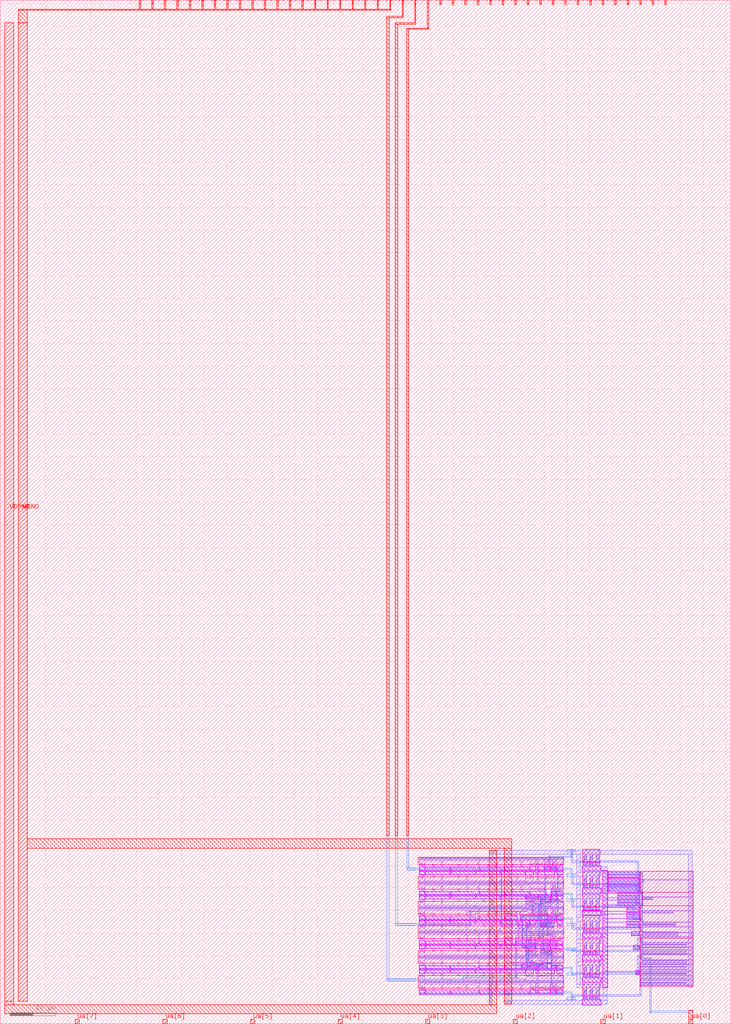
<source format=lef>
VERSION 5.7 ;
  NOWIREEXTENSIONATPIN ON ;
  DIVIDERCHAR "/" ;
  BUSBITCHARS "[]" ;
MACRO tt_um_emmersonv_tiq_adc
  CLASS BLOCK ;
  FOREIGN tt_um_emmersonv_tiq_adc ;
  ORIGIN 0.000 0.000 ;
  SIZE 161.000 BY 225.760 ;
  PIN clk
    PORT
      LAYER met4 ;
        RECT 143.830 224.760 144.130 225.760 ;
    END
  END clk
  PIN ena
    PORT
      LAYER met4 ;
        RECT 146.590 224.760 146.890 225.760 ;
    END
  END ena
  PIN rst_n
    PORT
      LAYER met4 ;
        RECT 141.070 224.760 141.370 225.760 ;
    END
  END rst_n
  PIN ua[0]
    ANTENNAGATEAREA 36.968998 ;
    PORT
      LAYER met4 ;
        RECT 151.810 0.000 152.710 1.000 ;
    END
  END ua[0]
  PIN ua[1]
    PORT
      LAYER met4 ;
        RECT 132.490 0.000 133.390 1.000 ;
    END
  END ua[1]
  PIN ua[2]
    PORT
      LAYER met4 ;
        RECT 113.170 0.000 114.070 1.000 ;
    END
  END ua[2]
  PIN ua[3]
    PORT
      LAYER met4 ;
        RECT 93.850 0.000 94.750 1.000 ;
    END
  END ua[3]
  PIN ua[4]
    PORT
      LAYER met4 ;
        RECT 74.530 0.000 75.430 1.000 ;
    END
  END ua[4]
  PIN ua[5]
    PORT
      LAYER met4 ;
        RECT 55.210 0.000 56.110 1.000 ;
    END
  END ua[5]
  PIN ua[6]
    PORT
      LAYER met4 ;
        RECT 35.890 0.000 36.790 1.000 ;
    END
  END ua[6]
  PIN ua[7]
    PORT
      LAYER met4 ;
        RECT 16.570 0.000 17.470 1.000 ;
    END
  END ua[7]
  PIN ui_in[0]
    PORT
      LAYER met4 ;
        RECT 138.310 224.760 138.610 225.760 ;
    END
  END ui_in[0]
  PIN ui_in[1]
    PORT
      LAYER met4 ;
        RECT 135.550 224.760 135.850 225.760 ;
    END
  END ui_in[1]
  PIN ui_in[2]
    PORT
      LAYER met4 ;
        RECT 132.790 224.760 133.090 225.760 ;
    END
  END ui_in[2]
  PIN ui_in[3]
    PORT
      LAYER met4 ;
        RECT 130.030 224.760 130.330 225.760 ;
    END
  END ui_in[3]
  PIN ui_in[4]
    PORT
      LAYER met4 ;
        RECT 127.270 224.760 127.570 225.760 ;
    END
  END ui_in[4]
  PIN ui_in[5]
    PORT
      LAYER met4 ;
        RECT 124.510 224.760 124.810 225.760 ;
    END
  END ui_in[5]
  PIN ui_in[6]
    PORT
      LAYER met4 ;
        RECT 121.750 224.760 122.050 225.760 ;
    END
  END ui_in[6]
  PIN ui_in[7]
    PORT
      LAYER met4 ;
        RECT 118.990 224.760 119.290 225.760 ;
    END
  END ui_in[7]
  PIN uio_in[0]
    PORT
      LAYER met4 ;
        RECT 116.230 224.760 116.530 225.760 ;
    END
  END uio_in[0]
  PIN uio_in[1]
    PORT
      LAYER met4 ;
        RECT 113.470 224.760 113.770 225.760 ;
    END
  END uio_in[1]
  PIN uio_in[2]
    PORT
      LAYER met4 ;
        RECT 110.710 224.760 111.010 225.760 ;
    END
  END uio_in[2]
  PIN uio_in[3]
    PORT
      LAYER met4 ;
        RECT 107.950 224.760 108.250 225.760 ;
    END
  END uio_in[3]
  PIN uio_in[4]
    PORT
      LAYER met4 ;
        RECT 105.190 224.760 105.490 225.760 ;
    END
  END uio_in[4]
  PIN uio_in[5]
    PORT
      LAYER met4 ;
        RECT 102.430 224.760 102.730 225.760 ;
    END
  END uio_in[5]
  PIN uio_in[6]
    PORT
      LAYER met4 ;
        RECT 99.670 224.760 99.970 225.760 ;
    END
  END uio_in[6]
  PIN uio_in[7]
    PORT
      LAYER met4 ;
        RECT 96.910 224.760 97.210 225.760 ;
    END
  END uio_in[7]
  PIN uio_oe[0]
    ANTENNAGATEAREA 195.889191 ;
    ANTENNADIFFAREA 109.297394 ;
    PORT
      LAYER met4 ;
        RECT 49.990 224.760 50.290 225.760 ;
    END
  END uio_oe[0]
  PIN uio_oe[1]
    ANTENNAGATEAREA 195.889191 ;
    ANTENNADIFFAREA 109.297394 ;
    PORT
      LAYER met4 ;
        RECT 47.230 224.760 47.530 225.760 ;
    END
  END uio_oe[1]
  PIN uio_oe[2]
    ANTENNAGATEAREA 195.889191 ;
    ANTENNADIFFAREA 109.297394 ;
    PORT
      LAYER met4 ;
        RECT 44.470 224.760 44.770 225.760 ;
    END
  END uio_oe[2]
  PIN uio_oe[3]
    ANTENNAGATEAREA 195.889191 ;
    ANTENNADIFFAREA 109.297394 ;
    PORT
      LAYER met4 ;
        RECT 41.710 224.760 42.010 225.760 ;
    END
  END uio_oe[3]
  PIN uio_oe[4]
    ANTENNAGATEAREA 195.889191 ;
    ANTENNADIFFAREA 109.297394 ;
    PORT
      LAYER met4 ;
        RECT 38.950 224.760 39.250 225.760 ;
    END
  END uio_oe[4]
  PIN uio_oe[5]
    ANTENNAGATEAREA 195.889191 ;
    ANTENNADIFFAREA 109.297394 ;
    PORT
      LAYER met4 ;
        RECT 36.190 224.760 36.490 225.760 ;
    END
  END uio_oe[5]
  PIN uio_oe[6]
    ANTENNAGATEAREA 195.889191 ;
    ANTENNADIFFAREA 109.297394 ;
    PORT
      LAYER met4 ;
        RECT 33.430 224.760 33.730 225.760 ;
    END
  END uio_oe[6]
  PIN uio_oe[7]
    ANTENNAGATEAREA 195.889191 ;
    ANTENNADIFFAREA 109.297394 ;
    PORT
      LAYER met4 ;
        RECT 30.670 224.760 30.970 225.760 ;
    END
  END uio_oe[7]
  PIN uio_out[0]
    ANTENNAGATEAREA 195.889191 ;
    ANTENNADIFFAREA 109.297394 ;
    PORT
      LAYER met4 ;
        RECT 72.070 224.760 72.370 225.760 ;
    END
  END uio_out[0]
  PIN uio_out[1]
    ANTENNAGATEAREA 195.889191 ;
    ANTENNADIFFAREA 109.297394 ;
    PORT
      LAYER met4 ;
        RECT 69.310 224.760 69.610 225.760 ;
    END
  END uio_out[1]
  PIN uio_out[2]
    ANTENNAGATEAREA 195.889191 ;
    ANTENNADIFFAREA 109.297394 ;
    PORT
      LAYER met4 ;
        RECT 66.550 224.760 66.850 225.760 ;
    END
  END uio_out[2]
  PIN uio_out[3]
    ANTENNAGATEAREA 195.889191 ;
    ANTENNADIFFAREA 109.297394 ;
    PORT
      LAYER met4 ;
        RECT 63.790 224.760 64.090 225.760 ;
    END
  END uio_out[3]
  PIN uio_out[4]
    ANTENNAGATEAREA 195.889191 ;
    ANTENNADIFFAREA 109.297394 ;
    PORT
      LAYER met4 ;
        RECT 61.030 224.760 61.330 225.760 ;
    END
  END uio_out[4]
  PIN uio_out[5]
    ANTENNAGATEAREA 195.889191 ;
    ANTENNADIFFAREA 109.297394 ;
    PORT
      LAYER met4 ;
        RECT 58.270 224.760 58.570 225.760 ;
    END
  END uio_out[5]
  PIN uio_out[6]
    ANTENNAGATEAREA 195.889191 ;
    ANTENNADIFFAREA 109.297394 ;
    PORT
      LAYER met4 ;
        RECT 55.510 224.760 55.810 225.760 ;
    END
  END uio_out[6]
  PIN uio_out[7]
    ANTENNAGATEAREA 195.889191 ;
    ANTENNADIFFAREA 109.297394 ;
    PORT
      LAYER met4 ;
        RECT 52.750 224.760 53.050 225.760 ;
    END
  END uio_out[7]
  PIN uo_out[0]
    ANTENNADIFFAREA 0.462000 ;
    PORT
      LAYER met4 ;
        RECT 94.150 224.760 94.450 225.760 ;
    END
  END uo_out[0]
  PIN uo_out[1]
    ANTENNADIFFAREA 0.891000 ;
    PORT
      LAYER met4 ;
        RECT 91.390 224.760 91.690 225.760 ;
    END
  END uo_out[1]
  PIN uo_out[2]
    ANTENNADIFFAREA 0.891000 ;
    PORT
      LAYER met4 ;
        RECT 88.630 224.760 88.930 225.760 ;
    END
  END uo_out[2]
  PIN uo_out[3]
    ANTENNAGATEAREA 195.889191 ;
    ANTENNADIFFAREA 109.297394 ;
    PORT
      LAYER met4 ;
        RECT 85.870 224.760 86.170 225.760 ;
    END
  END uo_out[3]
  PIN uo_out[4]
    ANTENNAGATEAREA 195.889191 ;
    ANTENNADIFFAREA 109.297394 ;
    PORT
      LAYER met4 ;
        RECT 83.110 224.760 83.410 225.760 ;
    END
  END uo_out[4]
  PIN uo_out[5]
    ANTENNAGATEAREA 195.889191 ;
    ANTENNADIFFAREA 109.297394 ;
    PORT
      LAYER met4 ;
        RECT 80.350 224.760 80.650 225.760 ;
    END
  END uo_out[5]
  PIN uo_out[6]
    ANTENNAGATEAREA 195.889191 ;
    ANTENNADIFFAREA 109.297394 ;
    PORT
      LAYER met4 ;
        RECT 77.590 224.760 77.890 225.760 ;
    END
  END uo_out[6]
  PIN uo_out[7]
    ANTENNAGATEAREA 195.889191 ;
    ANTENNADIFFAREA 109.297394 ;
    PORT
      LAYER met4 ;
        RECT 74.830 224.760 75.130 225.760 ;
    END
  END uo_out[7]
  PIN VDPWR
    USE POWER ;
    ANTENNAGATEAREA 123.837997 ;
    ANTENNADIFFAREA 144.727646 ;
    PORT
      LAYER met4 ;
        RECT 1.000 5.000 3.000 220.760 ;
    END
  END VDPWR
  PIN VGND
    USE GROUND ;
    PORT
      LAYER met4 ;
        RECT 4.000 5.000 6.000 220.760 ;
    END
  END VGND
  OBS
      LAYER nwell ;
        RECT 92.190 35.065 124.310 36.670 ;
        RECT 128.520 35.780 132.230 38.540 ;
      LAYER pwell ;
        RECT 128.570 34.890 129.560 35.570 ;
        RECT 129.880 34.890 130.870 35.570 ;
        RECT 131.190 34.890 132.180 35.570 ;
        RECT 92.385 33.865 93.755 34.675 ;
        RECT 93.765 33.865 99.275 34.675 ;
        RECT 99.285 33.865 104.795 34.675 ;
        RECT 105.275 33.950 105.705 34.735 ;
        RECT 105.725 33.865 111.235 34.675 ;
        RECT 111.245 33.865 116.755 34.675 ;
        RECT 116.765 33.865 118.135 34.675 ;
        RECT 118.155 33.950 118.585 34.735 ;
        RECT 118.605 33.865 119.975 34.675 ;
        RECT 119.985 33.865 121.355 34.645 ;
        RECT 121.365 33.865 122.735 34.645 ;
        RECT 122.745 33.865 124.115 34.675 ;
        RECT 92.525 33.655 92.695 33.865 ;
        RECT 93.905 33.655 94.075 33.865 ;
        RECT 99.425 33.655 99.595 33.865 ;
        RECT 104.945 33.815 105.115 33.845 ;
        RECT 104.940 33.705 105.115 33.815 ;
        RECT 104.945 33.655 105.115 33.705 ;
        RECT 105.865 33.675 106.035 33.865 ;
        RECT 110.465 33.655 110.635 33.845 ;
        RECT 111.385 33.675 111.555 33.865 ;
        RECT 115.985 33.655 116.155 33.845 ;
        RECT 116.905 33.675 117.075 33.865 ;
        RECT 117.820 33.705 117.940 33.815 ;
        RECT 118.745 33.655 118.915 33.865 ;
        RECT 121.035 33.675 121.205 33.865 ;
        RECT 122.415 33.675 122.585 33.865 ;
        RECT 123.805 33.655 123.975 33.865 ;
        RECT 92.385 32.845 93.755 33.655 ;
        RECT 93.765 32.845 99.275 33.655 ;
        RECT 99.285 32.845 104.795 33.655 ;
        RECT 104.805 32.845 110.315 33.655 ;
        RECT 110.325 32.845 115.835 33.655 ;
        RECT 115.845 32.845 117.675 33.655 ;
        RECT 118.155 32.785 118.585 33.570 ;
        RECT 118.605 32.845 122.275 33.655 ;
        RECT 122.745 32.845 124.115 33.655 ;
        RECT 128.390 33.620 132.580 34.880 ;
      LAYER nwell ;
        RECT 92.190 29.625 124.310 32.455 ;
        RECT 128.520 30.860 132.230 33.620 ;
      LAYER pwell ;
        RECT 128.570 29.970 129.560 30.650 ;
        RECT 129.880 29.970 130.870 30.650 ;
        RECT 131.190 29.970 132.180 30.650 ;
        RECT 92.385 28.425 93.755 29.235 ;
        RECT 93.765 28.425 99.275 29.235 ;
        RECT 99.285 28.425 104.795 29.235 ;
        RECT 105.275 28.510 105.705 29.295 ;
        RECT 105.725 28.425 111.235 29.235 ;
        RECT 111.245 28.425 116.755 29.235 ;
        RECT 116.765 28.425 120.435 29.235 ;
        RECT 121.365 28.425 122.735 29.205 ;
        RECT 122.745 28.425 124.115 29.235 ;
        RECT 128.390 28.700 132.580 29.960 ;
        RECT 92.525 28.215 92.695 28.425 ;
        RECT 93.905 28.215 94.075 28.425 ;
        RECT 99.425 28.215 99.595 28.425 ;
        RECT 104.945 28.375 105.115 28.405 ;
        RECT 104.940 28.265 105.115 28.375 ;
        RECT 104.945 28.215 105.115 28.265 ;
        RECT 105.865 28.235 106.035 28.425 ;
        RECT 110.465 28.215 110.635 28.405 ;
        RECT 111.385 28.235 111.555 28.425 ;
        RECT 115.985 28.215 116.155 28.405 ;
        RECT 116.905 28.235 117.075 28.425 ;
        RECT 118.745 28.215 118.915 28.405 ;
        RECT 120.595 28.270 120.755 28.380 ;
        RECT 121.510 28.215 121.680 28.405 ;
        RECT 122.425 28.235 122.595 28.425 ;
        RECT 123.805 28.215 123.975 28.425 ;
        RECT 92.385 27.405 93.755 28.215 ;
        RECT 93.765 27.405 99.275 28.215 ;
        RECT 99.285 27.405 104.795 28.215 ;
        RECT 104.805 27.405 110.315 28.215 ;
        RECT 110.325 27.405 115.835 28.215 ;
        RECT 115.845 27.535 118.135 28.215 ;
        RECT 117.215 27.305 118.135 27.535 ;
        RECT 118.155 27.345 118.585 28.130 ;
        RECT 118.615 27.305 121.345 28.215 ;
        RECT 121.365 27.305 122.715 28.215 ;
        RECT 122.745 27.405 124.115 28.215 ;
      LAYER nwell ;
        RECT 92.190 24.185 124.310 27.015 ;
        RECT 128.520 25.930 132.230 28.690 ;
      LAYER pwell ;
        RECT 128.570 25.040 129.560 25.720 ;
        RECT 129.880 25.040 130.870 25.720 ;
        RECT 131.190 25.040 132.180 25.720 ;
        RECT 128.390 24.960 132.580 25.030 ;
        RECT 92.385 22.985 93.755 23.795 ;
        RECT 93.765 22.985 99.275 23.795 ;
        RECT 99.285 22.985 104.795 23.795 ;
        RECT 105.275 23.070 105.705 23.855 ;
        RECT 105.725 22.985 111.235 23.795 ;
        RECT 111.245 22.985 113.995 23.795 ;
        RECT 114.705 22.985 120.895 23.895 ;
        RECT 128.380 23.850 132.590 24.960 ;
        RECT 121.365 22.985 122.735 23.765 ;
        RECT 122.745 22.985 124.115 23.795 ;
        RECT 128.390 23.770 132.580 23.850 ;
        RECT 92.525 22.775 92.695 22.985 ;
        RECT 93.905 22.775 94.075 22.985 ;
        RECT 99.425 22.775 99.595 22.985 ;
        RECT 104.945 22.935 105.115 22.965 ;
        RECT 104.940 22.825 105.115 22.935 ;
        RECT 104.945 22.775 105.115 22.825 ;
        RECT 105.865 22.795 106.035 22.985 ;
        RECT 110.465 22.775 110.635 22.965 ;
        RECT 111.385 22.795 111.555 22.985 ;
        RECT 113.220 22.825 113.340 22.935 ;
        RECT 113.690 22.795 113.860 22.965 ;
        RECT 114.140 22.825 114.260 22.935 ;
        RECT 113.715 22.775 113.860 22.795 ;
        RECT 116.905 22.775 117.075 22.965 ;
        RECT 118.740 22.825 118.860 22.935 ;
        RECT 120.580 22.795 120.750 22.985 ;
        RECT 121.040 22.825 121.160 22.935 ;
        RECT 121.965 22.775 122.135 22.965 ;
        RECT 122.425 22.935 122.595 22.985 ;
        RECT 122.420 22.825 122.595 22.935 ;
        RECT 122.425 22.795 122.595 22.825 ;
        RECT 123.805 22.775 123.975 22.985 ;
        RECT 92.385 21.965 93.755 22.775 ;
        RECT 93.765 21.965 99.275 22.775 ;
        RECT 99.285 21.965 104.795 22.775 ;
        RECT 104.805 21.965 110.315 22.775 ;
        RECT 110.325 21.965 113.075 22.775 ;
        RECT 113.715 21.865 116.755 22.775 ;
        RECT 116.765 21.965 118.135 22.775 ;
        RECT 118.155 21.905 118.585 22.690 ;
        RECT 119.065 22.095 122.275 22.775 ;
        RECT 119.065 21.865 120.200 22.095 ;
        RECT 122.745 21.965 124.115 22.775 ;
      LAYER nwell ;
        RECT 92.190 18.745 124.310 21.575 ;
        RECT 128.520 21.010 132.230 23.770 ;
      LAYER pwell ;
        RECT 128.570 20.120 129.560 20.800 ;
        RECT 129.880 20.120 130.870 20.800 ;
        RECT 131.190 20.120 132.180 20.800 ;
        RECT 128.390 18.850 132.580 20.110 ;
        RECT 92.385 17.545 93.755 18.355 ;
        RECT 93.765 17.545 99.275 18.355 ;
        RECT 99.285 17.545 104.795 18.355 ;
        RECT 105.275 17.630 105.705 18.415 ;
        RECT 105.725 17.545 111.235 18.355 ;
        RECT 111.245 17.545 113.075 18.355 ;
        RECT 113.545 17.545 121.355 18.455 ;
        RECT 121.365 17.545 122.735 18.325 ;
        RECT 122.745 17.545 124.115 18.355 ;
        RECT 92.525 17.335 92.695 17.545 ;
        RECT 93.905 17.335 94.075 17.545 ;
        RECT 99.425 17.335 99.595 17.545 ;
        RECT 104.945 17.495 105.115 17.525 ;
        RECT 104.940 17.385 105.115 17.495 ;
        RECT 104.945 17.335 105.115 17.385 ;
        RECT 105.865 17.355 106.035 17.545 ;
        RECT 110.465 17.335 110.635 17.525 ;
        RECT 111.385 17.355 111.555 17.545 ;
        RECT 113.220 17.385 113.340 17.495 ;
        RECT 113.690 17.355 113.860 17.545 ;
        RECT 122.425 17.525 122.595 17.545 ;
        RECT 117.825 17.335 117.995 17.525 ;
        RECT 118.740 17.385 118.860 17.495 ;
        RECT 121.045 17.335 121.215 17.525 ;
        RECT 122.415 17.355 122.595 17.525 ;
        RECT 122.415 17.335 122.585 17.355 ;
        RECT 123.805 17.335 123.975 17.545 ;
        RECT 92.385 16.525 93.755 17.335 ;
        RECT 93.765 16.525 99.275 17.335 ;
        RECT 99.285 16.525 104.795 17.335 ;
        RECT 104.805 16.525 110.315 17.335 ;
        RECT 110.325 16.525 115.835 17.335 ;
        RECT 115.845 16.655 118.135 17.335 ;
        RECT 115.845 16.425 116.765 16.655 ;
        RECT 118.155 16.465 118.585 17.250 ;
        RECT 119.065 16.425 121.355 17.335 ;
        RECT 121.365 16.555 122.735 17.335 ;
        RECT 122.745 16.525 124.115 17.335 ;
      LAYER nwell ;
        RECT 92.190 13.305 124.310 16.135 ;
        RECT 128.520 16.090 132.230 18.850 ;
      LAYER pwell ;
        RECT 128.570 15.200 129.560 15.880 ;
        RECT 129.880 15.200 130.870 15.880 ;
        RECT 131.190 15.200 132.180 15.880 ;
        RECT 128.390 13.930 132.580 15.190 ;
        RECT 92.385 12.105 93.755 12.915 ;
        RECT 93.765 12.105 99.275 12.915 ;
        RECT 99.285 12.105 104.795 12.915 ;
        RECT 105.275 12.190 105.705 12.975 ;
        RECT 105.725 12.105 111.235 12.915 ;
        RECT 111.245 12.105 114.915 12.915 ;
        RECT 114.945 12.105 116.295 13.015 ;
        RECT 116.615 12.785 117.545 13.015 ;
        RECT 118.805 12.925 119.755 13.015 ;
        RECT 116.615 12.105 118.450 12.785 ;
        RECT 118.805 12.105 120.735 12.925 ;
        RECT 121.365 12.105 122.735 12.885 ;
        RECT 122.745 12.105 124.115 12.915 ;
        RECT 92.525 11.895 92.695 12.105 ;
        RECT 93.905 11.895 94.075 12.105 ;
        RECT 99.425 11.895 99.595 12.105 ;
        RECT 104.945 12.055 105.115 12.085 ;
        RECT 104.940 11.945 105.115 12.055 ;
        RECT 104.945 11.895 105.115 11.945 ;
        RECT 105.865 11.915 106.035 12.105 ;
        RECT 110.465 11.895 110.635 12.085 ;
        RECT 111.385 11.915 111.555 12.105 ;
        RECT 115.980 12.085 116.150 12.105 ;
        RECT 118.285 12.085 118.450 12.105 ;
        RECT 120.585 12.085 120.735 12.105 ;
        RECT 115.980 11.915 116.155 12.085 ;
        RECT 117.820 11.945 117.940 12.055 ;
        RECT 118.285 11.915 118.455 12.085 ;
        RECT 115.985 11.895 116.155 11.915 ;
        RECT 118.745 11.895 118.915 12.085 ;
        RECT 120.585 11.915 120.755 12.085 ;
        RECT 121.040 11.945 121.160 12.055 ;
        RECT 122.415 11.915 122.585 12.105 ;
        RECT 123.805 11.895 123.975 12.105 ;
        RECT 92.385 11.085 93.755 11.895 ;
        RECT 93.765 11.085 99.275 11.895 ;
        RECT 99.285 11.085 104.795 11.895 ;
        RECT 104.805 11.085 110.315 11.895 ;
        RECT 110.325 11.085 115.835 11.895 ;
        RECT 115.845 11.085 117.675 11.895 ;
        RECT 118.155 11.025 118.585 11.810 ;
        RECT 118.605 11.085 122.275 11.895 ;
        RECT 122.745 11.085 124.115 11.895 ;
      LAYER nwell ;
        RECT 128.520 11.170 132.230 13.930 ;
        RECT 92.190 7.865 124.310 10.695 ;
      LAYER pwell ;
        RECT 128.570 10.280 129.560 10.960 ;
        RECT 129.880 10.280 130.870 10.960 ;
        RECT 131.190 10.280 132.180 10.960 ;
        RECT 128.390 9.010 132.580 10.270 ;
        RECT 92.385 6.665 93.755 7.475 ;
        RECT 93.765 6.665 99.275 7.475 ;
        RECT 99.285 6.665 104.795 7.475 ;
        RECT 105.275 6.750 105.705 7.535 ;
        RECT 105.725 6.665 111.235 7.475 ;
        RECT 111.245 6.665 116.755 7.475 ;
        RECT 116.765 6.665 118.135 7.475 ;
        RECT 118.155 6.750 118.585 7.535 ;
        RECT 118.605 6.665 121.355 7.475 ;
        RECT 121.365 6.665 122.735 7.445 ;
        RECT 122.745 6.665 124.115 7.475 ;
        RECT 92.525 6.475 92.695 6.665 ;
        RECT 93.905 6.475 94.075 6.665 ;
        RECT 99.425 6.475 99.595 6.665 ;
        RECT 104.940 6.505 105.060 6.615 ;
        RECT 105.865 6.475 106.035 6.665 ;
        RECT 111.385 6.475 111.555 6.665 ;
        RECT 116.905 6.475 117.075 6.665 ;
        RECT 118.745 6.475 118.915 6.665 ;
        RECT 122.415 6.475 122.585 6.665 ;
        RECT 123.805 6.475 123.975 6.665 ;
      LAYER nwell ;
        RECT 128.520 6.250 132.230 9.010 ;
      LAYER pwell ;
        RECT 132.770 7.890 134.030 33.760 ;
        RECT 134.040 32.070 140.970 33.580 ;
        RECT 134.040 30.550 140.970 32.060 ;
        RECT 134.040 29.030 140.970 30.540 ;
        RECT 136.210 27.510 140.970 29.020 ;
      LAYER nwell ;
        RECT 141.180 28.980 152.880 33.630 ;
      LAYER pwell ;
        RECT 136.210 25.990 140.970 27.500 ;
      LAYER nwell ;
        RECT 141.550 26.030 152.880 28.980 ;
      LAYER pwell ;
        RECT 138.210 24.470 140.970 25.980 ;
        RECT 138.210 22.950 140.970 24.460 ;
        RECT 138.210 21.130 140.970 22.640 ;
        RECT 139.210 19.370 140.970 20.360 ;
      LAYER nwell ;
        RECT 141.180 18.840 152.880 26.030 ;
      LAYER pwell ;
        RECT 139.650 16.350 140.910 17.340 ;
        RECT 140.180 10.810 140.910 11.800 ;
      LAYER nwell ;
        RECT 141.120 8.280 152.880 18.840 ;
      LAYER pwell ;
        RECT 128.570 5.360 129.560 6.040 ;
        RECT 129.880 5.360 130.870 6.040 ;
        RECT 131.190 5.360 132.180 6.040 ;
        RECT 128.390 4.090 132.580 5.350 ;
      LAYER li1 ;
        RECT 128.520 37.430 132.450 38.290 ;
        RECT 92.380 36.395 124.120 36.565 ;
        RECT 92.465 35.305 93.675 36.395 ;
        RECT 93.845 35.960 99.190 36.395 ;
        RECT 99.365 35.960 104.710 36.395 ;
        RECT 92.465 34.595 92.985 35.135 ;
        RECT 93.155 34.765 93.675 35.305 ;
        RECT 92.465 33.845 93.675 34.595 ;
        RECT 95.430 34.390 95.770 35.220 ;
        RECT 97.250 34.710 97.600 35.960 ;
        RECT 100.950 34.390 101.290 35.220 ;
        RECT 102.770 34.710 103.120 35.960 ;
        RECT 105.345 35.230 105.635 36.395 ;
        RECT 105.805 35.960 111.150 36.395 ;
        RECT 111.325 35.960 116.670 36.395 ;
        RECT 93.845 33.845 99.190 34.390 ;
        RECT 99.365 33.845 104.710 34.390 ;
        RECT 105.345 33.845 105.635 34.570 ;
        RECT 107.390 34.390 107.730 35.220 ;
        RECT 109.210 34.710 109.560 35.960 ;
        RECT 112.910 34.390 113.250 35.220 ;
        RECT 114.730 34.710 115.080 35.960 ;
        RECT 116.845 35.305 118.055 36.395 ;
        RECT 116.845 34.595 117.365 35.135 ;
        RECT 117.535 34.765 118.055 35.305 ;
        RECT 118.225 35.230 118.515 36.395 ;
        RECT 118.685 35.305 119.895 36.395 ;
        RECT 118.685 34.595 119.205 35.135 ;
        RECT 119.375 34.765 119.895 35.305 ;
        RECT 120.065 35.320 120.335 36.225 ;
        RECT 120.505 35.635 120.835 36.395 ;
        RECT 121.015 35.465 121.195 36.225 ;
        RECT 105.805 33.845 111.150 34.390 ;
        RECT 111.325 33.845 116.670 34.390 ;
        RECT 116.845 33.845 118.055 34.595 ;
        RECT 118.225 33.845 118.515 34.570 ;
        RECT 118.685 33.845 119.895 34.595 ;
        RECT 120.065 34.520 120.245 35.320 ;
        RECT 120.520 35.295 121.195 35.465 ;
        RECT 121.445 35.320 121.715 36.225 ;
        RECT 121.885 35.635 122.215 36.395 ;
        RECT 122.395 35.465 122.575 36.225 ;
        RECT 120.520 35.150 120.690 35.295 ;
        RECT 120.415 34.820 120.690 35.150 ;
        RECT 120.520 34.565 120.690 34.820 ;
        RECT 120.915 34.745 121.255 35.115 ;
        RECT 120.065 34.015 120.325 34.520 ;
        RECT 120.520 34.395 121.185 34.565 ;
        RECT 120.505 33.845 120.835 34.225 ;
        RECT 121.015 34.015 121.185 34.395 ;
        RECT 121.445 34.520 121.625 35.320 ;
        RECT 121.900 35.295 122.575 35.465 ;
        RECT 122.825 35.305 124.035 36.395 ;
        RECT 128.240 35.830 128.570 35.900 ;
        RECT 128.760 35.830 128.930 37.110 ;
        RECT 129.200 36.070 129.370 37.430 ;
        RECT 128.240 35.630 128.930 35.830 ;
        RECT 128.240 35.560 128.570 35.630 ;
        RECT 121.900 35.150 122.070 35.295 ;
        RECT 121.795 34.820 122.070 35.150 ;
        RECT 121.900 34.565 122.070 34.820 ;
        RECT 122.295 34.745 122.635 35.115 ;
        RECT 122.825 34.765 123.345 35.305 ;
        RECT 123.515 34.595 124.035 35.135 ;
        RECT 128.760 35.000 128.930 35.630 ;
        RECT 129.500 35.830 129.830 35.910 ;
        RECT 130.070 35.830 130.240 37.110 ;
        RECT 130.510 36.070 130.680 37.430 ;
        RECT 129.500 35.630 130.240 35.830 ;
        RECT 129.500 35.570 129.830 35.630 ;
        RECT 129.200 34.670 129.370 35.460 ;
        RECT 130.070 35.000 130.240 35.630 ;
        RECT 130.810 35.830 131.140 35.910 ;
        RECT 131.380 35.830 131.550 37.110 ;
        RECT 131.820 36.070 131.990 37.430 ;
        RECT 130.810 35.630 131.550 35.830 ;
        RECT 130.810 35.570 131.140 35.630 ;
        RECT 130.510 34.670 130.680 35.460 ;
        RECT 131.380 35.000 131.550 35.630 ;
        RECT 132.120 35.570 132.450 35.910 ;
        RECT 131.820 34.670 131.990 35.460 ;
        RECT 121.445 34.015 121.705 34.520 ;
        RECT 121.900 34.395 122.565 34.565 ;
        RECT 121.885 33.845 122.215 34.225 ;
        RECT 122.395 34.015 122.565 34.395 ;
        RECT 122.825 33.845 124.035 34.595 ;
        RECT 92.380 33.675 124.120 33.845 ;
        RECT 128.520 33.830 132.450 34.670 ;
        RECT 92.465 32.925 93.675 33.675 ;
        RECT 93.845 33.130 99.190 33.675 ;
        RECT 99.365 33.130 104.710 33.675 ;
        RECT 104.885 33.130 110.230 33.675 ;
        RECT 110.405 33.130 115.750 33.675 ;
        RECT 92.465 32.385 92.985 32.925 ;
        RECT 93.155 32.215 93.675 32.755 ;
        RECT 95.430 32.300 95.770 33.130 ;
        RECT 92.465 31.125 93.675 32.215 ;
        RECT 97.250 31.560 97.600 32.810 ;
        RECT 100.950 32.300 101.290 33.130 ;
        RECT 102.770 31.560 103.120 32.810 ;
        RECT 106.470 32.300 106.810 33.130 ;
        RECT 108.290 31.560 108.640 32.810 ;
        RECT 111.990 32.300 112.330 33.130 ;
        RECT 115.925 32.905 117.595 33.675 ;
        RECT 118.225 32.950 118.515 33.675 ;
        RECT 118.685 32.905 122.195 33.675 ;
        RECT 122.825 32.925 124.035 33.675 ;
        RECT 132.980 33.390 133.820 33.630 ;
        RECT 113.810 31.560 114.160 32.810 ;
        RECT 115.925 32.385 116.675 32.905 ;
        RECT 116.845 32.215 117.595 32.735 ;
        RECT 118.685 32.385 120.335 32.905 ;
        RECT 93.845 31.125 99.190 31.560 ;
        RECT 99.365 31.125 104.710 31.560 ;
        RECT 104.885 31.125 110.230 31.560 ;
        RECT 110.405 31.125 115.750 31.560 ;
        RECT 115.925 31.125 117.595 32.215 ;
        RECT 118.225 31.125 118.515 32.290 ;
        RECT 120.505 32.215 122.195 32.735 ;
        RECT 118.685 31.125 122.195 32.215 ;
        RECT 122.825 32.215 123.345 32.755 ;
        RECT 123.515 32.385 124.035 32.925 ;
        RECT 128.520 32.510 132.450 33.370 ;
        RECT 132.980 33.220 140.860 33.390 ;
        RECT 122.825 31.125 124.035 32.215 ;
        RECT 92.380 30.955 124.120 31.125 ;
        RECT 92.465 29.865 93.675 30.955 ;
        RECT 93.845 30.520 99.190 30.955 ;
        RECT 99.365 30.520 104.710 30.955 ;
        RECT 92.465 29.155 92.985 29.695 ;
        RECT 93.155 29.325 93.675 29.865 ;
        RECT 92.465 28.405 93.675 29.155 ;
        RECT 95.430 28.950 95.770 29.780 ;
        RECT 97.250 29.270 97.600 30.520 ;
        RECT 100.950 28.950 101.290 29.780 ;
        RECT 102.770 29.270 103.120 30.520 ;
        RECT 105.345 29.790 105.635 30.955 ;
        RECT 105.805 30.520 111.150 30.955 ;
        RECT 111.325 30.520 116.670 30.955 ;
        RECT 93.845 28.405 99.190 28.950 ;
        RECT 99.365 28.405 104.710 28.950 ;
        RECT 105.345 28.405 105.635 29.130 ;
        RECT 107.390 28.950 107.730 29.780 ;
        RECT 109.210 29.270 109.560 30.520 ;
        RECT 112.910 28.950 113.250 29.780 ;
        RECT 114.730 29.270 115.080 30.520 ;
        RECT 116.845 29.865 120.355 30.955 ;
        RECT 116.845 29.175 118.495 29.695 ;
        RECT 118.665 29.345 120.355 29.865 ;
        RECT 121.445 29.880 121.715 30.785 ;
        RECT 121.885 30.195 122.215 30.955 ;
        RECT 122.395 30.025 122.565 30.785 ;
        RECT 105.805 28.405 111.150 28.950 ;
        RECT 111.325 28.405 116.670 28.950 ;
        RECT 116.845 28.405 120.355 29.175 ;
        RECT 121.445 29.080 121.615 29.880 ;
        RECT 121.900 29.855 122.565 30.025 ;
        RECT 122.825 29.865 124.035 30.955 ;
        RECT 128.240 30.910 128.570 30.960 ;
        RECT 128.760 30.910 128.930 32.190 ;
        RECT 129.200 31.150 129.370 32.510 ;
        RECT 128.240 30.710 128.930 30.910 ;
        RECT 128.240 30.620 128.570 30.710 ;
        RECT 128.760 30.080 128.930 30.710 ;
        RECT 129.500 30.910 129.830 30.990 ;
        RECT 130.070 30.910 130.240 32.190 ;
        RECT 130.510 31.150 130.680 32.510 ;
        RECT 129.500 30.710 130.240 30.910 ;
        RECT 129.500 30.650 129.830 30.710 ;
        RECT 121.900 29.710 122.070 29.855 ;
        RECT 121.785 29.380 122.070 29.710 ;
        RECT 121.900 29.125 122.070 29.380 ;
        RECT 122.305 29.305 122.635 29.675 ;
        RECT 122.825 29.325 123.345 29.865 ;
        RECT 129.200 29.750 129.370 30.540 ;
        RECT 130.070 30.080 130.240 30.710 ;
        RECT 130.810 30.910 131.140 30.990 ;
        RECT 131.380 30.910 131.550 32.190 ;
        RECT 131.820 31.150 131.990 32.510 ;
        RECT 132.980 32.430 133.820 33.220 ;
        RECT 141.030 33.120 141.360 33.450 ;
        RECT 134.150 32.740 141.230 32.910 ;
        RECT 132.980 32.260 140.860 32.430 ;
        RECT 132.980 31.870 133.820 32.260 ;
        RECT 132.980 31.700 140.860 31.870 ;
        RECT 130.810 30.710 131.550 30.910 ;
        RECT 130.810 30.650 131.140 30.710 ;
        RECT 130.510 29.750 130.680 30.540 ;
        RECT 131.380 30.080 131.550 30.710 ;
        RECT 132.120 30.650 132.450 30.990 ;
        RECT 132.980 30.910 133.820 31.700 ;
        RECT 141.030 31.390 141.230 32.740 ;
        RECT 151.770 31.830 152.630 33.630 ;
        RECT 141.470 31.660 152.630 31.830 ;
        RECT 134.150 31.220 141.980 31.390 ;
        RECT 132.980 30.740 140.860 30.910 ;
        RECT 131.820 29.750 131.990 30.540 ;
        RECT 132.980 30.350 133.820 30.740 ;
        RECT 132.980 30.180 140.860 30.350 ;
        RECT 123.515 29.155 124.035 29.695 ;
        RECT 121.445 28.575 121.705 29.080 ;
        RECT 121.900 28.955 122.565 29.125 ;
        RECT 121.885 28.405 122.215 28.785 ;
        RECT 122.395 28.575 122.565 28.955 ;
        RECT 122.825 28.405 124.035 29.155 ;
        RECT 128.520 28.910 132.450 29.750 ;
        RECT 132.980 29.390 133.820 30.180 ;
        RECT 141.030 29.870 141.230 31.220 ;
        RECT 134.150 29.700 141.230 29.870 ;
        RECT 141.030 29.490 141.230 29.700 ;
        RECT 132.980 29.220 140.860 29.390 ;
        RECT 132.980 28.830 133.820 29.220 ;
        RECT 141.030 29.160 141.360 29.490 ;
        RECT 132.980 28.660 140.860 28.830 ;
        RECT 92.380 28.235 124.120 28.405 ;
        RECT 92.465 27.485 93.675 28.235 ;
        RECT 93.845 27.690 99.190 28.235 ;
        RECT 99.365 27.690 104.710 28.235 ;
        RECT 104.885 27.690 110.230 28.235 ;
        RECT 110.405 27.690 115.750 28.235 ;
        RECT 115.925 27.855 116.815 28.025 ;
        RECT 92.465 26.945 92.985 27.485 ;
        RECT 93.155 26.775 93.675 27.315 ;
        RECT 95.430 26.860 95.770 27.690 ;
        RECT 92.465 25.685 93.675 26.775 ;
        RECT 97.250 26.120 97.600 27.370 ;
        RECT 100.950 26.860 101.290 27.690 ;
        RECT 102.770 26.120 103.120 27.370 ;
        RECT 106.470 26.860 106.810 27.690 ;
        RECT 108.290 26.120 108.640 27.370 ;
        RECT 111.990 26.860 112.330 27.690 ;
        RECT 113.810 26.120 114.160 27.370 ;
        RECT 115.925 27.300 116.475 27.685 ;
        RECT 116.645 27.130 116.815 27.855 ;
        RECT 115.925 27.060 116.815 27.130 ;
        RECT 116.985 27.555 117.205 28.015 ;
        RECT 117.375 27.695 117.625 28.235 ;
        RECT 117.795 27.585 118.055 28.065 ;
        RECT 116.985 27.530 117.235 27.555 ;
        RECT 116.985 27.105 117.315 27.530 ;
        RECT 115.925 27.035 116.820 27.060 ;
        RECT 115.925 27.020 116.830 27.035 ;
        RECT 115.925 27.005 116.835 27.020 ;
        RECT 115.925 27.000 116.845 27.005 ;
        RECT 115.925 26.990 116.850 27.000 ;
        RECT 115.925 26.980 116.855 26.990 ;
        RECT 115.925 26.975 116.865 26.980 ;
        RECT 115.925 26.965 116.875 26.975 ;
        RECT 115.925 26.960 116.885 26.965 ;
        RECT 115.925 26.510 116.185 26.960 ;
        RECT 116.550 26.955 116.885 26.960 ;
        RECT 116.550 26.950 116.900 26.955 ;
        RECT 116.550 26.940 116.915 26.950 ;
        RECT 116.550 26.935 116.940 26.940 ;
        RECT 117.485 26.935 117.715 27.330 ;
        RECT 116.550 26.930 117.715 26.935 ;
        RECT 116.580 26.895 117.715 26.930 ;
        RECT 116.615 26.870 117.715 26.895 ;
        RECT 116.645 26.840 117.715 26.870 ;
        RECT 116.665 26.810 117.715 26.840 ;
        RECT 116.685 26.780 117.715 26.810 ;
        RECT 116.755 26.770 117.715 26.780 ;
        RECT 116.780 26.760 117.715 26.770 ;
        RECT 116.800 26.745 117.715 26.760 ;
        RECT 116.820 26.730 117.715 26.745 ;
        RECT 116.825 26.720 117.610 26.730 ;
        RECT 116.840 26.685 117.610 26.720 ;
        RECT 116.355 26.365 116.685 26.610 ;
        RECT 116.855 26.435 117.610 26.685 ;
        RECT 117.885 26.555 118.055 27.585 ;
        RECT 118.225 27.510 118.515 28.235 ;
        RECT 116.355 26.340 116.540 26.365 ;
        RECT 115.925 26.240 116.540 26.340 ;
        RECT 93.845 25.685 99.190 26.120 ;
        RECT 99.365 25.685 104.710 26.120 ;
        RECT 104.885 25.685 110.230 26.120 ;
        RECT 110.405 25.685 115.750 26.120 ;
        RECT 115.925 25.685 116.530 26.240 ;
        RECT 116.705 25.855 117.185 26.195 ;
        RECT 117.355 25.685 117.610 26.230 ;
        RECT 117.780 25.855 118.055 26.555 ;
        RECT 118.225 25.685 118.515 26.850 ;
        RECT 118.695 25.865 118.955 28.055 ;
        RECT 119.215 27.865 119.885 28.235 ;
        RECT 120.065 27.685 120.375 28.055 ;
        RECT 119.145 27.485 120.375 27.685 ;
        RECT 119.145 26.815 119.435 27.485 ;
        RECT 120.555 27.305 120.785 27.945 ;
        RECT 120.965 27.505 121.255 28.235 ;
        RECT 121.465 27.425 121.705 28.235 ;
        RECT 121.875 27.425 122.205 28.065 ;
        RECT 122.375 27.425 122.645 28.235 ;
        RECT 122.825 27.485 124.035 28.235 ;
        RECT 128.520 27.580 132.450 28.440 ;
        RECT 132.980 27.870 133.820 28.660 ;
        RECT 141.030 28.560 141.360 28.890 ;
        RECT 136.320 28.180 141.230 28.350 ;
        RECT 132.980 27.700 140.860 27.870 ;
        RECT 119.615 26.995 120.080 27.305 ;
        RECT 120.260 26.995 120.785 27.305 ;
        RECT 120.965 26.995 121.265 27.325 ;
        RECT 121.445 26.995 121.795 27.245 ;
        RECT 121.965 26.825 122.135 27.425 ;
        RECT 122.305 26.995 122.655 27.245 ;
        RECT 119.145 26.595 119.915 26.815 ;
        RECT 119.125 25.685 119.465 26.415 ;
        RECT 119.645 25.865 119.915 26.595 ;
        RECT 120.095 26.575 121.255 26.815 ;
        RECT 120.095 25.865 120.325 26.575 ;
        RECT 120.495 25.685 120.825 26.395 ;
        RECT 120.995 25.865 121.255 26.575 ;
        RECT 121.455 26.655 122.135 26.825 ;
        RECT 121.455 25.870 121.785 26.655 ;
        RECT 122.315 25.685 122.645 26.825 ;
        RECT 122.825 26.775 123.345 27.315 ;
        RECT 123.515 26.945 124.035 27.485 ;
        RECT 122.825 25.685 124.035 26.775 ;
        RECT 128.240 25.980 128.570 26.050 ;
        RECT 128.760 25.980 128.930 27.260 ;
        RECT 129.200 26.220 129.370 27.580 ;
        RECT 128.240 25.780 128.930 25.980 ;
        RECT 128.240 25.710 128.570 25.780 ;
        RECT 92.380 25.515 124.120 25.685 ;
        RECT 92.465 24.425 93.675 25.515 ;
        RECT 93.845 25.080 99.190 25.515 ;
        RECT 99.365 25.080 104.710 25.515 ;
        RECT 92.465 23.715 92.985 24.255 ;
        RECT 93.155 23.885 93.675 24.425 ;
        RECT 92.465 22.965 93.675 23.715 ;
        RECT 95.430 23.510 95.770 24.340 ;
        RECT 97.250 23.830 97.600 25.080 ;
        RECT 100.950 23.510 101.290 24.340 ;
        RECT 102.770 23.830 103.120 25.080 ;
        RECT 105.345 24.350 105.635 25.515 ;
        RECT 105.805 25.080 111.150 25.515 ;
        RECT 93.845 22.965 99.190 23.510 ;
        RECT 99.365 22.965 104.710 23.510 ;
        RECT 105.345 22.965 105.635 23.690 ;
        RECT 107.390 23.510 107.730 24.340 ;
        RECT 109.210 23.830 109.560 25.080 ;
        RECT 111.325 24.425 113.915 25.515 ;
        RECT 114.795 25.005 115.125 25.515 ;
        RECT 115.295 24.835 115.465 25.345 ;
        RECT 115.635 25.005 115.965 25.515 ;
        RECT 116.135 24.835 116.305 25.345 ;
        RECT 116.475 25.005 116.805 25.515 ;
        RECT 117.075 25.175 118.085 25.345 ;
        RECT 111.325 23.735 112.535 24.255 ;
        RECT 112.705 23.905 113.915 24.425 ;
        RECT 114.605 24.665 116.365 24.835 ;
        RECT 117.075 24.675 117.245 25.175 ;
        RECT 105.805 22.965 111.150 23.510 ;
        RECT 111.325 22.965 113.915 23.735 ;
        RECT 114.605 23.705 114.775 24.665 ;
        RECT 117.415 24.505 117.745 24.995 ;
        RECT 117.915 24.835 118.085 25.175 ;
        RECT 118.375 25.005 118.705 25.515 ;
        RECT 118.875 24.835 119.045 25.345 ;
        RECT 119.215 25.005 119.545 25.515 ;
        RECT 119.715 24.835 119.885 25.345 ;
        RECT 120.055 25.005 120.385 25.515 ;
        RECT 120.555 24.835 120.725 25.345 ;
        RECT 117.915 24.665 120.725 24.835 ;
        RECT 116.505 24.335 117.745 24.505 ;
        RECT 116.505 24.205 116.675 24.335 ;
        RECT 114.965 23.875 116.675 24.205 ;
        RECT 116.870 23.955 117.325 24.165 ;
        RECT 114.605 23.535 116.395 23.705 ;
        RECT 116.870 23.625 117.085 23.955 ;
        RECT 117.555 23.750 117.745 24.335 ;
        RECT 118.045 24.325 120.750 24.495 ;
        RECT 118.045 23.955 118.375 24.325 ;
        RECT 120.375 24.155 120.750 24.325 ;
        RECT 121.445 24.440 121.715 25.345 ;
        RECT 121.885 24.755 122.215 25.515 ;
        RECT 122.395 24.585 122.565 25.345 ;
        RECT 118.585 23.955 118.915 24.155 ;
        RECT 119.195 23.955 119.545 24.155 ;
        RECT 119.845 23.955 120.175 24.125 ;
        RECT 120.375 23.985 120.755 24.155 ;
        RECT 120.375 23.955 120.750 23.985 ;
        RECT 118.730 23.785 118.915 23.955 ;
        RECT 119.925 23.785 120.095 23.955 ;
        RECT 117.555 23.685 118.550 23.750 ;
        RECT 117.415 23.580 118.550 23.685 ;
        RECT 118.730 23.615 120.095 23.785 ;
        RECT 114.795 22.965 115.125 23.365 ;
        RECT 115.635 22.965 115.965 23.365 ;
        RECT 116.635 22.965 117.165 23.445 ;
        RECT 117.415 23.175 117.745 23.580 ;
        RECT 118.380 23.445 118.550 23.580 ;
        RECT 117.915 22.965 118.200 23.410 ;
        RECT 118.380 23.275 119.545 23.445 ;
        RECT 120.555 22.965 120.725 23.785 ;
        RECT 121.445 23.640 121.615 24.440 ;
        RECT 121.900 24.415 122.565 24.585 ;
        RECT 122.825 24.425 124.035 25.515 ;
        RECT 128.760 25.150 128.930 25.780 ;
        RECT 129.500 25.980 129.830 26.060 ;
        RECT 130.070 25.980 130.240 27.260 ;
        RECT 130.510 26.220 130.680 27.580 ;
        RECT 129.500 25.780 130.240 25.980 ;
        RECT 129.500 25.720 129.830 25.780 ;
        RECT 129.200 24.830 129.370 25.610 ;
        RECT 130.070 25.150 130.240 25.780 ;
        RECT 130.810 25.980 131.140 26.060 ;
        RECT 131.380 25.980 131.550 27.260 ;
        RECT 131.820 26.220 131.990 27.580 ;
        RECT 132.980 27.310 133.820 27.700 ;
        RECT 141.030 27.590 141.230 28.180 ;
        RECT 151.770 28.030 152.630 31.660 ;
        RECT 141.840 27.860 152.630 28.030 ;
        RECT 141.030 27.420 143.880 27.590 ;
        RECT 132.980 27.140 140.860 27.310 ;
        RECT 132.980 26.350 133.820 27.140 ;
        RECT 141.030 26.830 141.230 27.420 ;
        RECT 136.320 26.660 141.230 26.830 ;
        RECT 141.030 26.450 141.230 26.660 ;
        RECT 132.980 26.180 140.860 26.350 ;
        RECT 130.810 25.780 131.550 25.980 ;
        RECT 130.810 25.720 131.140 25.780 ;
        RECT 130.510 24.830 130.680 25.610 ;
        RECT 131.380 25.150 131.550 25.780 ;
        RECT 132.120 25.720 132.450 26.060 ;
        RECT 132.980 25.790 133.820 26.180 ;
        RECT 141.030 26.120 141.360 26.450 ;
        RECT 132.980 25.620 140.860 25.790 ;
        RECT 131.820 24.830 131.990 25.610 ;
        RECT 132.980 24.830 133.820 25.620 ;
        RECT 141.030 25.520 141.360 25.850 ;
        RECT 138.320 25.140 141.230 25.310 ;
        RECT 121.900 24.270 122.070 24.415 ;
        RECT 121.785 23.940 122.070 24.270 ;
        RECT 121.900 23.685 122.070 23.940 ;
        RECT 122.305 23.865 122.635 24.235 ;
        RECT 122.825 23.885 123.345 24.425 ;
        RECT 123.515 23.715 124.035 24.255 ;
        RECT 128.510 23.980 132.460 24.830 ;
        RECT 132.980 24.660 140.860 24.830 ;
        RECT 132.980 24.270 133.820 24.660 ;
        RECT 141.030 24.550 141.230 25.140 ;
        RECT 151.770 24.990 152.630 27.860 ;
        RECT 141.470 24.820 152.630 24.990 ;
        RECT 141.030 24.380 148.510 24.550 ;
        RECT 132.980 24.100 140.860 24.270 ;
        RECT 121.445 23.135 121.705 23.640 ;
        RECT 121.900 23.515 122.565 23.685 ;
        RECT 121.885 22.965 122.215 23.345 ;
        RECT 122.395 23.135 122.565 23.515 ;
        RECT 122.825 22.965 124.035 23.715 ;
        RECT 92.380 22.795 124.120 22.965 ;
        RECT 92.465 22.045 93.675 22.795 ;
        RECT 93.845 22.250 99.190 22.795 ;
        RECT 99.365 22.250 104.710 22.795 ;
        RECT 104.885 22.250 110.230 22.795 ;
        RECT 92.465 21.505 92.985 22.045 ;
        RECT 93.155 21.335 93.675 21.875 ;
        RECT 95.430 21.420 95.770 22.250 ;
        RECT 92.465 20.245 93.675 21.335 ;
        RECT 97.250 20.680 97.600 21.930 ;
        RECT 100.950 21.420 101.290 22.250 ;
        RECT 102.770 20.680 103.120 21.930 ;
        RECT 106.470 21.420 106.810 22.250 ;
        RECT 110.405 22.025 112.995 22.795 ;
        RECT 113.805 22.415 114.135 22.795 ;
        RECT 114.305 22.245 114.495 22.625 ;
        RECT 114.665 22.435 114.995 22.795 ;
        RECT 114.095 22.055 114.495 22.245 ;
        RECT 115.215 22.225 115.405 22.625 ;
        RECT 114.665 22.055 115.405 22.225 ;
        RECT 108.290 20.680 108.640 21.930 ;
        RECT 110.405 21.505 111.615 22.025 ;
        RECT 111.785 21.335 112.995 21.855 ;
        RECT 93.845 20.245 99.190 20.680 ;
        RECT 99.365 20.245 104.710 20.680 ;
        RECT 104.885 20.245 110.230 20.680 ;
        RECT 110.405 20.245 112.995 21.335 ;
        RECT 113.635 20.245 113.925 21.215 ;
        RECT 114.095 20.415 114.325 22.055 ;
        RECT 114.665 21.885 114.835 22.055 ;
        RECT 114.495 21.190 114.835 21.885 ;
        RECT 115.005 21.470 115.330 21.885 ;
        RECT 115.780 21.555 116.160 22.515 ;
        RECT 116.345 22.315 116.675 22.795 ;
        RECT 116.350 21.555 116.665 22.130 ;
        RECT 116.845 22.045 118.055 22.795 ;
        RECT 118.225 22.070 118.515 22.795 ;
        RECT 119.145 22.075 119.485 22.585 ;
        RECT 116.845 21.505 117.365 22.045 ;
        RECT 117.535 21.335 118.055 21.875 ;
        RECT 114.495 20.960 115.330 21.190 ;
        RECT 114.495 20.245 114.825 20.660 ;
        RECT 115.015 20.415 115.330 20.960 ;
        RECT 115.500 20.945 116.615 21.210 ;
        RECT 115.500 20.415 115.725 20.945 ;
        RECT 115.895 20.245 116.225 20.755 ;
        RECT 116.395 20.415 116.615 20.945 ;
        RECT 116.845 20.245 118.055 21.335 ;
        RECT 118.225 20.245 118.515 21.410 ;
        RECT 119.145 20.675 119.405 22.075 ;
        RECT 119.655 21.995 119.925 22.795 ;
        RECT 119.580 21.555 119.910 21.805 ;
        RECT 120.105 21.555 120.385 22.525 ;
        RECT 120.565 21.555 120.865 22.525 ;
        RECT 121.045 21.555 121.395 22.520 ;
        RECT 121.615 22.295 122.110 22.625 ;
        RECT 119.595 21.385 119.910 21.555 ;
        RECT 121.615 21.385 121.785 22.295 ;
        RECT 119.595 21.215 121.785 21.385 ;
        RECT 119.145 20.415 119.485 20.675 ;
        RECT 119.655 20.245 119.985 21.045 ;
        RECT 120.450 20.415 120.700 21.215 ;
        RECT 120.885 20.245 121.215 20.965 ;
        RECT 121.435 20.415 121.685 21.215 ;
        RECT 121.955 20.805 122.195 22.115 ;
        RECT 122.825 22.045 124.035 22.795 ;
        RECT 128.520 22.660 132.450 23.520 ;
        RECT 132.980 23.310 133.820 24.100 ;
        RECT 141.030 23.790 141.230 24.380 ;
        RECT 138.320 23.620 141.230 23.790 ;
        RECT 141.030 23.410 141.230 23.620 ;
        RECT 132.980 23.140 140.860 23.310 ;
        RECT 122.825 21.335 123.345 21.875 ;
        RECT 123.515 21.505 124.035 22.045 ;
        RECT 121.855 20.245 122.190 20.625 ;
        RECT 122.825 20.245 124.035 21.335 ;
        RECT 128.240 21.060 128.570 21.130 ;
        RECT 128.760 21.060 128.930 22.340 ;
        RECT 129.200 21.300 129.370 22.660 ;
        RECT 128.240 20.860 128.930 21.060 ;
        RECT 128.240 20.790 128.570 20.860 ;
        RECT 92.380 20.075 124.120 20.245 ;
        RECT 128.760 20.230 128.930 20.860 ;
        RECT 129.500 21.060 129.830 21.140 ;
        RECT 130.070 21.060 130.240 22.340 ;
        RECT 130.510 21.300 130.680 22.660 ;
        RECT 129.500 20.860 130.240 21.060 ;
        RECT 129.500 20.800 129.830 20.860 ;
        RECT 92.465 18.985 93.675 20.075 ;
        RECT 93.845 19.640 99.190 20.075 ;
        RECT 99.365 19.640 104.710 20.075 ;
        RECT 92.465 18.275 92.985 18.815 ;
        RECT 93.155 18.445 93.675 18.985 ;
        RECT 92.465 17.525 93.675 18.275 ;
        RECT 95.430 18.070 95.770 18.900 ;
        RECT 97.250 18.390 97.600 19.640 ;
        RECT 100.950 18.070 101.290 18.900 ;
        RECT 102.770 18.390 103.120 19.640 ;
        RECT 105.345 18.910 105.635 20.075 ;
        RECT 105.805 19.640 111.150 20.075 ;
        RECT 93.845 17.525 99.190 18.070 ;
        RECT 99.365 17.525 104.710 18.070 ;
        RECT 105.345 17.525 105.635 18.250 ;
        RECT 107.390 18.070 107.730 18.900 ;
        RECT 109.210 18.390 109.560 19.640 ;
        RECT 111.325 18.985 112.995 20.075 ;
        RECT 113.635 19.355 113.965 20.075 ;
        RECT 114.135 19.105 114.305 19.905 ;
        RECT 114.475 19.355 114.805 20.075 ;
        RECT 114.975 19.105 115.145 19.905 ;
        RECT 115.315 19.355 115.645 20.075 ;
        RECT 115.815 19.525 115.985 19.905 ;
        RECT 116.155 19.695 116.485 20.075 ;
        RECT 116.755 19.525 116.925 19.905 ;
        RECT 117.095 19.695 117.425 20.075 ;
        RECT 117.595 19.525 117.765 19.905 ;
        RECT 117.935 19.695 118.265 20.075 ;
        RECT 118.435 19.695 121.265 19.865 ;
        RECT 118.435 19.525 118.605 19.695 ;
        RECT 115.815 19.355 118.605 19.525 ;
        RECT 119.675 19.515 120.845 19.525 ;
        RECT 118.820 19.355 120.845 19.515 ;
        RECT 118.820 19.345 119.740 19.355 ;
        RECT 118.820 19.105 118.990 19.345 ;
        RECT 121.015 19.195 121.265 19.695 ;
        RECT 111.325 18.295 112.075 18.815 ;
        RECT 112.245 18.465 112.995 18.985 ;
        RECT 113.660 18.935 115.145 19.105 ;
        RECT 115.340 18.935 118.990 19.105 ;
        RECT 105.805 17.525 111.150 18.070 ;
        RECT 111.325 17.525 112.995 18.295 ;
        RECT 113.660 18.245 113.880 18.935 ;
        RECT 115.340 18.765 115.510 18.935 ;
        RECT 114.110 18.435 115.510 18.765 ;
        RECT 115.750 18.515 116.645 18.735 ;
        RECT 116.875 18.515 117.570 18.765 ;
        RECT 117.820 18.515 118.615 18.765 ;
        RECT 113.660 18.075 115.145 18.245 ;
        RECT 113.635 17.525 113.965 17.905 ;
        RECT 114.135 17.695 114.305 18.075 ;
        RECT 114.475 17.525 114.805 17.905 ;
        RECT 114.975 17.695 115.145 18.075 ;
        RECT 115.815 18.095 117.425 18.265 ;
        RECT 118.820 18.245 118.990 18.935 ;
        RECT 119.170 18.515 120.320 19.065 ;
        RECT 120.570 18.735 120.765 19.075 ;
        RECT 121.445 19.000 121.715 19.905 ;
        RECT 121.885 19.315 122.215 20.075 ;
        RECT 122.395 19.145 122.565 19.905 ;
        RECT 120.570 18.515 121.250 18.735 ;
        RECT 115.315 17.525 115.645 17.905 ;
        RECT 115.815 17.695 115.985 18.095 ;
        RECT 117.935 18.075 119.965 18.245 ;
        RECT 120.175 18.085 121.185 18.255 ;
        RECT 120.175 17.905 120.345 18.085 ;
        RECT 116.155 17.525 116.485 17.905 ;
        RECT 116.675 17.735 118.685 17.905 ;
        RECT 119.210 17.735 120.345 17.905 ;
        RECT 120.175 17.695 120.345 17.735 ;
        RECT 120.515 17.525 120.845 17.905 ;
        RECT 121.015 17.695 121.185 18.085 ;
        RECT 121.445 18.200 121.615 19.000 ;
        RECT 121.900 18.975 122.565 19.145 ;
        RECT 122.825 18.985 124.035 20.075 ;
        RECT 129.200 19.900 129.370 20.690 ;
        RECT 130.070 20.230 130.240 20.860 ;
        RECT 130.810 21.060 131.140 21.140 ;
        RECT 131.380 21.060 131.550 22.340 ;
        RECT 131.820 21.300 131.990 22.660 ;
        RECT 132.980 22.450 133.820 23.140 ;
        RECT 141.030 23.080 141.360 23.410 ;
        RECT 141.030 22.580 141.360 22.910 ;
        RECT 151.770 22.450 152.630 24.820 ;
        RECT 132.980 22.280 140.860 22.450 ;
        RECT 141.470 22.280 152.630 22.450 ;
        RECT 132.980 21.490 133.820 22.280 ;
        RECT 138.320 21.800 149.010 21.970 ;
        RECT 132.980 21.320 140.860 21.490 ;
        RECT 130.810 20.860 131.550 21.060 ;
        RECT 130.810 20.800 131.140 20.860 ;
        RECT 130.510 19.900 130.680 20.690 ;
        RECT 131.380 20.230 131.550 20.860 ;
        RECT 132.120 20.800 132.450 21.140 ;
        RECT 131.820 19.900 131.990 20.690 ;
        RECT 132.980 20.170 133.820 21.320 ;
        RECT 141.030 21.170 141.230 21.800 ;
        RECT 151.770 21.490 152.630 22.280 ;
        RECT 141.470 21.320 152.630 21.490 ;
        RECT 141.030 20.840 141.360 21.170 ;
        RECT 141.030 20.340 141.360 20.670 ;
        RECT 151.770 20.210 152.630 21.320 ;
        RECT 132.980 20.000 140.860 20.170 ;
        RECT 141.470 20.040 152.630 20.210 ;
        RECT 128.520 19.050 132.450 19.900 ;
        RECT 121.900 18.830 122.070 18.975 ;
        RECT 121.785 18.500 122.070 18.830 ;
        RECT 121.900 18.245 122.070 18.500 ;
        RECT 122.305 18.425 122.635 18.795 ;
        RECT 122.825 18.445 123.345 18.985 ;
        RECT 123.515 18.275 124.035 18.815 ;
        RECT 121.445 17.695 121.705 18.200 ;
        RECT 121.900 18.075 122.565 18.245 ;
        RECT 121.885 17.525 122.215 17.905 ;
        RECT 122.395 17.695 122.565 18.075 ;
        RECT 122.825 17.525 124.035 18.275 ;
        RECT 128.520 17.740 132.450 18.600 ;
        RECT 92.380 17.355 124.120 17.525 ;
        RECT 92.465 16.605 93.675 17.355 ;
        RECT 93.845 16.810 99.190 17.355 ;
        RECT 99.365 16.810 104.710 17.355 ;
        RECT 104.885 16.810 110.230 17.355 ;
        RECT 110.405 16.810 115.750 17.355 ;
        RECT 92.465 16.065 92.985 16.605 ;
        RECT 93.155 15.895 93.675 16.435 ;
        RECT 95.430 15.980 95.770 16.810 ;
        RECT 92.465 14.805 93.675 15.895 ;
        RECT 97.250 15.240 97.600 16.490 ;
        RECT 100.950 15.980 101.290 16.810 ;
        RECT 102.770 15.240 103.120 16.490 ;
        RECT 106.470 15.980 106.810 16.810 ;
        RECT 108.290 15.240 108.640 16.490 ;
        RECT 111.990 15.980 112.330 16.810 ;
        RECT 115.925 16.705 116.185 17.185 ;
        RECT 116.355 16.815 116.605 17.355 ;
        RECT 113.810 15.240 114.160 16.490 ;
        RECT 115.925 15.675 116.095 16.705 ;
        RECT 116.775 16.650 116.995 17.135 ;
        RECT 116.265 16.055 116.495 16.450 ;
        RECT 116.665 16.225 116.995 16.650 ;
        RECT 117.165 16.975 118.055 17.145 ;
        RECT 117.165 16.250 117.335 16.975 ;
        RECT 117.505 16.420 118.055 16.805 ;
        RECT 118.225 16.630 118.515 17.355 ;
        RECT 119.155 16.955 119.485 17.355 ;
        RECT 119.655 16.785 119.825 17.055 ;
        RECT 119.995 16.955 120.325 17.355 ;
        RECT 120.500 16.795 120.765 17.055 ;
        RECT 121.015 16.865 121.275 17.355 ;
        RECT 120.500 16.785 120.855 16.795 ;
        RECT 117.165 16.180 118.055 16.250 ;
        RECT 117.160 16.155 118.055 16.180 ;
        RECT 117.150 16.140 118.055 16.155 ;
        RECT 117.145 16.125 118.055 16.140 ;
        RECT 117.135 16.120 118.055 16.125 ;
        RECT 117.130 16.110 118.055 16.120 ;
        RECT 117.125 16.100 118.055 16.110 ;
        RECT 117.115 16.095 118.055 16.100 ;
        RECT 117.105 16.085 118.055 16.095 ;
        RECT 117.095 16.080 118.055 16.085 ;
        RECT 117.095 16.075 117.430 16.080 ;
        RECT 117.080 16.070 117.430 16.075 ;
        RECT 117.065 16.060 117.430 16.070 ;
        RECT 117.040 16.055 117.430 16.060 ;
        RECT 116.265 16.050 117.430 16.055 ;
        RECT 116.265 16.015 117.400 16.050 ;
        RECT 116.265 15.990 117.365 16.015 ;
        RECT 116.265 15.960 117.335 15.990 ;
        RECT 116.265 15.930 117.315 15.960 ;
        RECT 116.265 15.900 117.295 15.930 ;
        RECT 116.265 15.890 117.225 15.900 ;
        RECT 116.265 15.880 117.200 15.890 ;
        RECT 116.265 15.865 117.180 15.880 ;
        RECT 116.265 15.850 117.160 15.865 ;
        RECT 116.370 15.840 117.155 15.850 ;
        RECT 116.370 15.805 117.140 15.840 ;
        RECT 93.845 14.805 99.190 15.240 ;
        RECT 99.365 14.805 104.710 15.240 ;
        RECT 104.885 14.805 110.230 15.240 ;
        RECT 110.405 14.805 115.750 15.240 ;
        RECT 115.925 14.975 116.200 15.675 ;
        RECT 116.370 15.555 117.125 15.805 ;
        RECT 117.295 15.485 117.625 15.730 ;
        RECT 117.795 15.630 118.055 16.080 ;
        RECT 117.440 15.460 117.625 15.485 ;
        RECT 117.440 15.360 118.055 15.460 ;
        RECT 116.370 14.805 116.625 15.350 ;
        RECT 116.795 14.975 117.275 15.315 ;
        RECT 117.450 14.805 118.055 15.360 ;
        RECT 118.225 14.805 118.515 15.970 ;
        RECT 119.145 15.775 119.405 16.785 ;
        RECT 119.655 16.615 120.855 16.785 ;
        RECT 119.665 16.195 120.115 16.365 ;
        RECT 119.145 14.805 119.405 15.605 ;
        RECT 119.665 14.990 119.905 16.195 ;
        RECT 120.285 16.025 120.515 16.445 ;
        RECT 120.075 15.825 120.515 16.025 ;
        RECT 120.685 15.945 120.855 16.615 ;
        RECT 121.025 16.115 121.275 16.695 ;
        RECT 121.445 16.680 121.705 17.185 ;
        RECT 121.885 16.975 122.215 17.355 ;
        RECT 122.395 16.805 122.565 17.185 ;
        RECT 120.075 14.990 120.330 15.825 ;
        RECT 120.685 15.775 121.270 15.945 ;
        RECT 120.935 14.990 121.270 15.775 ;
        RECT 121.445 15.880 121.625 16.680 ;
        RECT 121.900 16.635 122.565 16.805 ;
        RECT 121.900 16.380 122.070 16.635 ;
        RECT 122.825 16.605 124.035 17.355 ;
        RECT 121.795 16.050 122.070 16.380 ;
        RECT 122.295 16.085 122.635 16.455 ;
        RECT 121.900 15.905 122.070 16.050 ;
        RECT 121.445 14.975 121.715 15.880 ;
        RECT 121.900 15.735 122.575 15.905 ;
        RECT 121.885 14.805 122.215 15.565 ;
        RECT 122.395 14.975 122.575 15.735 ;
        RECT 122.825 15.895 123.345 16.435 ;
        RECT 123.515 16.065 124.035 16.605 ;
        RECT 128.240 16.140 128.570 16.210 ;
        RECT 128.760 16.140 128.930 17.420 ;
        RECT 129.200 16.380 129.370 17.740 ;
        RECT 128.240 15.940 128.930 16.140 ;
        RECT 122.825 14.805 124.035 15.895 ;
        RECT 128.240 15.870 128.570 15.940 ;
        RECT 128.760 15.310 128.930 15.940 ;
        RECT 129.500 16.140 129.830 16.220 ;
        RECT 130.070 16.140 130.240 17.420 ;
        RECT 130.510 16.380 130.680 17.740 ;
        RECT 129.500 15.940 130.240 16.140 ;
        RECT 129.500 15.880 129.830 15.940 ;
        RECT 129.200 14.980 129.370 15.770 ;
        RECT 130.070 15.310 130.240 15.940 ;
        RECT 130.810 16.140 131.140 16.220 ;
        RECT 131.380 16.140 131.550 17.420 ;
        RECT 131.820 16.380 131.990 17.740 ;
        RECT 132.980 17.150 133.820 20.000 ;
        RECT 139.320 19.560 149.510 19.730 ;
        RECT 141.030 18.950 141.230 19.560 ;
        RECT 151.770 19.250 152.630 20.040 ;
        RECT 141.470 19.080 152.630 19.250 ;
        RECT 141.030 18.620 141.360 18.950 ;
        RECT 141.030 18.120 141.360 18.450 ;
        RECT 151.770 17.950 152.630 19.080 ;
        RECT 141.410 17.780 152.630 17.950 ;
        RECT 141.030 17.300 151.450 17.470 ;
        RECT 132.980 16.980 140.800 17.150 ;
        RECT 130.810 15.940 131.550 16.140 ;
        RECT 130.810 15.880 131.140 15.940 ;
        RECT 130.510 14.980 130.680 15.770 ;
        RECT 131.380 15.310 131.550 15.940 ;
        RECT 132.120 15.880 132.450 16.220 ;
        RECT 131.820 14.980 131.990 15.770 ;
        RECT 92.380 14.635 124.120 14.805 ;
        RECT 92.465 13.545 93.675 14.635 ;
        RECT 93.845 14.200 99.190 14.635 ;
        RECT 99.365 14.200 104.710 14.635 ;
        RECT 92.465 12.835 92.985 13.375 ;
        RECT 93.155 13.005 93.675 13.545 ;
        RECT 92.465 12.085 93.675 12.835 ;
        RECT 95.430 12.630 95.770 13.460 ;
        RECT 97.250 12.950 97.600 14.200 ;
        RECT 100.950 12.630 101.290 13.460 ;
        RECT 102.770 12.950 103.120 14.200 ;
        RECT 105.345 13.470 105.635 14.635 ;
        RECT 105.805 14.200 111.150 14.635 ;
        RECT 93.845 12.085 99.190 12.630 ;
        RECT 99.365 12.085 104.710 12.630 ;
        RECT 105.345 12.085 105.635 12.810 ;
        RECT 107.390 12.630 107.730 13.460 ;
        RECT 109.210 12.950 109.560 14.200 ;
        RECT 111.325 13.545 114.835 14.635 ;
        RECT 111.325 12.855 112.975 13.375 ;
        RECT 113.145 13.025 114.835 13.545 ;
        RECT 115.015 13.495 115.345 14.635 ;
        RECT 115.875 13.665 116.205 14.450 ;
        RECT 115.525 13.495 116.205 13.665 ;
        RECT 116.420 13.845 116.955 14.465 ;
        RECT 115.005 13.075 115.355 13.325 ;
        RECT 115.525 12.895 115.695 13.495 ;
        RECT 115.865 13.075 116.215 13.325 ;
        RECT 105.805 12.085 111.150 12.630 ;
        RECT 111.325 12.085 114.835 12.855 ;
        RECT 115.015 12.085 115.285 12.895 ;
        RECT 115.455 12.255 115.785 12.895 ;
        RECT 115.955 12.085 116.195 12.895 ;
        RECT 116.420 12.825 116.735 13.845 ;
        RECT 117.125 13.835 117.455 14.635 ;
        RECT 118.685 13.915 119.145 14.465 ;
        RECT 119.335 13.915 119.665 14.635 ;
        RECT 117.940 13.665 118.330 13.840 ;
        RECT 116.905 13.495 118.330 13.665 ;
        RECT 116.905 12.995 117.075 13.495 ;
        RECT 116.420 12.255 117.035 12.825 ;
        RECT 117.325 12.765 117.590 13.325 ;
        RECT 117.760 12.595 117.930 13.495 ;
        RECT 118.100 12.765 118.455 13.325 ;
        RECT 117.205 12.085 117.420 12.595 ;
        RECT 117.650 12.265 117.930 12.595 ;
        RECT 118.110 12.085 118.350 12.595 ;
        RECT 118.685 12.545 118.935 13.915 ;
        RECT 119.865 13.745 120.165 14.295 ;
        RECT 120.335 13.965 120.615 14.635 ;
        RECT 119.225 13.575 120.165 13.745 ;
        RECT 119.225 13.325 119.395 13.575 ;
        RECT 120.535 13.325 120.800 13.685 ;
        RECT 119.105 12.995 119.395 13.325 ;
        RECT 119.565 13.075 119.905 13.325 ;
        RECT 120.125 13.075 120.800 13.325 ;
        RECT 121.445 13.560 121.715 14.465 ;
        RECT 121.885 13.875 122.215 14.635 ;
        RECT 122.395 13.705 122.575 14.465 ;
        RECT 119.225 12.905 119.395 12.995 ;
        RECT 119.225 12.715 120.615 12.905 ;
        RECT 118.685 12.255 119.245 12.545 ;
        RECT 119.415 12.085 119.665 12.545 ;
        RECT 120.285 12.355 120.615 12.715 ;
        RECT 121.445 12.760 121.625 13.560 ;
        RECT 121.900 13.535 122.575 13.705 ;
        RECT 122.825 13.545 124.035 14.635 ;
        RECT 128.520 14.140 132.450 14.980 ;
        RECT 121.900 13.390 122.070 13.535 ;
        RECT 121.795 13.060 122.070 13.390 ;
        RECT 121.900 12.805 122.070 13.060 ;
        RECT 122.295 12.985 122.635 13.355 ;
        RECT 122.825 13.005 123.345 13.545 ;
        RECT 123.515 12.835 124.035 13.375 ;
        RECT 121.445 12.255 121.705 12.760 ;
        RECT 121.900 12.635 122.565 12.805 ;
        RECT 121.885 12.085 122.215 12.465 ;
        RECT 122.395 12.255 122.565 12.635 ;
        RECT 122.825 12.085 124.035 12.835 ;
        RECT 128.520 12.820 132.450 13.680 ;
        RECT 92.380 11.915 124.120 12.085 ;
        RECT 92.465 11.165 93.675 11.915 ;
        RECT 93.845 11.370 99.190 11.915 ;
        RECT 99.365 11.370 104.710 11.915 ;
        RECT 104.885 11.370 110.230 11.915 ;
        RECT 110.405 11.370 115.750 11.915 ;
        RECT 92.465 10.625 92.985 11.165 ;
        RECT 93.155 10.455 93.675 10.995 ;
        RECT 95.430 10.540 95.770 11.370 ;
        RECT 92.465 9.365 93.675 10.455 ;
        RECT 97.250 9.800 97.600 11.050 ;
        RECT 100.950 10.540 101.290 11.370 ;
        RECT 102.770 9.800 103.120 11.050 ;
        RECT 106.470 10.540 106.810 11.370 ;
        RECT 108.290 9.800 108.640 11.050 ;
        RECT 111.990 10.540 112.330 11.370 ;
        RECT 115.925 11.145 117.595 11.915 ;
        RECT 118.225 11.190 118.515 11.915 ;
        RECT 118.685 11.145 122.195 11.915 ;
        RECT 122.825 11.165 124.035 11.915 ;
        RECT 113.810 9.800 114.160 11.050 ;
        RECT 115.925 10.625 116.675 11.145 ;
        RECT 116.845 10.455 117.595 10.975 ;
        RECT 118.685 10.625 120.335 11.145 ;
        RECT 93.845 9.365 99.190 9.800 ;
        RECT 99.365 9.365 104.710 9.800 ;
        RECT 104.885 9.365 110.230 9.800 ;
        RECT 110.405 9.365 115.750 9.800 ;
        RECT 115.925 9.365 117.595 10.455 ;
        RECT 118.225 9.365 118.515 10.530 ;
        RECT 120.505 10.455 122.195 10.975 ;
        RECT 118.685 9.365 122.195 10.455 ;
        RECT 122.825 10.455 123.345 10.995 ;
        RECT 123.515 10.625 124.035 11.165 ;
        RECT 128.240 11.220 128.570 11.280 ;
        RECT 128.760 11.220 128.930 12.500 ;
        RECT 129.200 11.460 129.370 12.820 ;
        RECT 128.240 11.020 128.930 11.220 ;
        RECT 128.240 10.940 128.570 11.020 ;
        RECT 122.825 9.365 124.035 10.455 ;
        RECT 128.760 10.390 128.930 11.020 ;
        RECT 129.500 11.220 129.830 11.300 ;
        RECT 130.070 11.220 130.240 12.500 ;
        RECT 130.510 11.460 130.680 12.820 ;
        RECT 129.500 11.020 130.240 11.220 ;
        RECT 129.500 10.960 129.830 11.020 ;
        RECT 129.200 10.070 129.370 10.850 ;
        RECT 130.070 10.390 130.240 11.020 ;
        RECT 130.810 11.220 131.140 11.300 ;
        RECT 131.380 11.220 131.550 12.500 ;
        RECT 131.820 11.460 131.990 12.820 ;
        RECT 132.980 11.610 133.820 16.980 ;
        RECT 141.030 16.710 141.230 17.300 ;
        RECT 151.770 16.990 152.630 17.780 ;
        RECT 141.410 16.820 152.630 16.990 ;
        RECT 139.760 16.540 141.230 16.710 ;
        RECT 141.030 15.950 141.230 16.540 ;
        RECT 151.770 16.430 152.630 16.820 ;
        RECT 141.410 16.260 152.630 16.430 ;
        RECT 141.030 15.780 151.450 15.950 ;
        RECT 141.030 15.130 141.230 15.780 ;
        RECT 151.770 15.470 152.630 16.260 ;
        RECT 141.410 15.300 152.630 15.470 ;
        RECT 141.030 14.800 141.360 15.130 ;
        RECT 141.030 14.300 141.360 14.630 ;
        RECT 151.770 14.130 152.630 15.300 ;
        RECT 141.410 13.960 152.630 14.130 ;
        RECT 141.030 13.480 151.450 13.650 ;
        RECT 141.030 12.690 141.220 13.480 ;
        RECT 151.770 13.170 152.630 13.960 ;
        RECT 141.410 13.000 152.630 13.170 ;
        RECT 141.030 12.520 151.450 12.690 ;
        RECT 141.030 12.130 141.220 12.520 ;
        RECT 141.030 11.960 151.450 12.130 ;
        RECT 141.030 11.940 141.240 11.960 ;
        RECT 132.980 11.440 140.800 11.610 ;
        RECT 130.810 11.020 131.550 11.220 ;
        RECT 130.810 10.960 131.140 11.020 ;
        RECT 130.510 10.070 130.680 10.850 ;
        RECT 131.380 10.390 131.550 11.020 ;
        RECT 132.120 10.960 132.450 11.300 ;
        RECT 131.820 10.070 131.990 10.850 ;
        RECT 92.380 9.195 124.120 9.365 ;
        RECT 128.520 9.220 132.450 10.070 ;
        RECT 92.465 8.105 93.675 9.195 ;
        RECT 93.845 8.760 99.190 9.195 ;
        RECT 99.365 8.760 104.710 9.195 ;
        RECT 92.465 7.395 92.985 7.935 ;
        RECT 93.155 7.565 93.675 8.105 ;
        RECT 92.465 6.645 93.675 7.395 ;
        RECT 95.430 7.190 95.770 8.020 ;
        RECT 97.250 7.510 97.600 8.760 ;
        RECT 100.950 7.190 101.290 8.020 ;
        RECT 102.770 7.510 103.120 8.760 ;
        RECT 105.345 8.030 105.635 9.195 ;
        RECT 105.805 8.760 111.150 9.195 ;
        RECT 111.325 8.760 116.670 9.195 ;
        RECT 93.845 6.645 99.190 7.190 ;
        RECT 99.365 6.645 104.710 7.190 ;
        RECT 105.345 6.645 105.635 7.370 ;
        RECT 107.390 7.190 107.730 8.020 ;
        RECT 109.210 7.510 109.560 8.760 ;
        RECT 112.910 7.190 113.250 8.020 ;
        RECT 114.730 7.510 115.080 8.760 ;
        RECT 116.845 8.105 118.055 9.195 ;
        RECT 116.845 7.395 117.365 7.935 ;
        RECT 117.535 7.565 118.055 8.105 ;
        RECT 118.225 8.030 118.515 9.195 ;
        RECT 118.685 8.105 121.275 9.195 ;
        RECT 118.685 7.415 119.895 7.935 ;
        RECT 120.065 7.585 121.275 8.105 ;
        RECT 121.445 8.120 121.715 9.025 ;
        RECT 121.885 8.435 122.215 9.195 ;
        RECT 122.395 8.265 122.575 9.025 ;
        RECT 105.805 6.645 111.150 7.190 ;
        RECT 111.325 6.645 116.670 7.190 ;
        RECT 116.845 6.645 118.055 7.395 ;
        RECT 118.225 6.645 118.515 7.370 ;
        RECT 118.685 6.645 121.275 7.415 ;
        RECT 121.445 7.320 121.625 8.120 ;
        RECT 121.900 8.095 122.575 8.265 ;
        RECT 122.825 8.105 124.035 9.195 ;
        RECT 121.900 7.950 122.070 8.095 ;
        RECT 121.795 7.620 122.070 7.950 ;
        RECT 121.900 7.365 122.070 7.620 ;
        RECT 122.295 7.545 122.635 7.915 ;
        RECT 122.825 7.565 123.345 8.105 ;
        RECT 123.515 7.395 124.035 7.935 ;
        RECT 128.520 7.900 132.450 8.760 ;
        RECT 132.980 8.010 133.820 11.440 ;
        RECT 141.040 11.170 141.240 11.940 ;
        RECT 151.770 11.650 152.630 13.000 ;
        RECT 141.410 11.480 152.630 11.650 ;
        RECT 140.290 11.000 151.450 11.170 ;
        RECT 141.040 10.130 141.240 11.000 ;
        RECT 151.770 10.690 152.630 11.480 ;
        RECT 141.410 10.520 152.630 10.690 ;
        RECT 141.040 9.960 151.450 10.130 ;
        RECT 141.040 9.170 141.240 9.960 ;
        RECT 151.770 9.650 152.630 10.520 ;
        RECT 141.410 9.480 152.630 9.650 ;
        RECT 141.040 9.000 151.450 9.170 ;
        RECT 141.040 8.350 141.240 9.000 ;
        RECT 151.770 8.690 152.630 9.480 ;
        RECT 141.410 8.520 152.630 8.690 ;
        RECT 141.040 8.020 141.370 8.350 ;
        RECT 151.770 8.020 152.630 8.520 ;
        RECT 121.445 6.815 121.705 7.320 ;
        RECT 121.900 7.195 122.565 7.365 ;
        RECT 121.885 6.645 122.215 7.025 ;
        RECT 122.395 6.815 122.565 7.195 ;
        RECT 122.825 6.645 124.035 7.395 ;
        RECT 92.380 6.475 124.120 6.645 ;
        RECT 128.240 6.300 128.570 6.360 ;
        RECT 128.760 6.300 128.930 7.580 ;
        RECT 129.200 6.540 129.370 7.900 ;
        RECT 128.240 6.100 128.930 6.300 ;
        RECT 128.240 6.020 128.570 6.100 ;
        RECT 128.760 5.470 128.930 6.100 ;
        RECT 129.500 6.300 129.830 6.380 ;
        RECT 130.070 6.300 130.240 7.580 ;
        RECT 130.510 6.540 130.680 7.900 ;
        RECT 129.500 6.100 130.240 6.300 ;
        RECT 129.500 6.040 129.830 6.100 ;
        RECT 129.200 5.140 129.370 5.930 ;
        RECT 130.070 5.470 130.240 6.100 ;
        RECT 130.810 6.300 131.140 6.380 ;
        RECT 131.380 6.300 131.550 7.580 ;
        RECT 131.820 6.540 131.990 7.900 ;
        RECT 130.810 6.100 131.550 6.300 ;
        RECT 130.810 6.040 131.140 6.100 ;
        RECT 130.510 5.140 130.680 5.930 ;
        RECT 131.380 5.470 131.550 6.100 ;
        RECT 132.120 6.040 132.450 6.380 ;
        RECT 131.820 5.140 131.990 5.930 ;
        RECT 128.520 4.300 132.450 5.140 ;
      LAYER met1 ;
        RECT 126.550 38.310 152.610 38.320 ;
        RECT 126.550 38.290 152.630 38.310 ;
        RECT 107.900 37.420 152.630 38.290 ;
        RECT 126.550 37.410 152.630 37.420 ;
        RECT 92.380 36.240 124.120 36.720 ;
        RECT 120.970 34.820 121.290 35.080 ;
        RECT 122.350 34.820 122.670 35.080 ;
        RECT 120.050 34.140 120.370 34.400 ;
        RECT 121.445 34.340 121.735 34.385 ;
        RECT 122.810 34.340 123.130 34.400 ;
        RECT 121.445 34.200 123.130 34.340 ;
        RECT 121.445 34.155 121.735 34.200 ;
        RECT 122.810 34.140 123.130 34.200 ;
        RECT 92.380 33.520 124.120 34.000 ;
        RECT 127.200 33.380 127.950 37.410 ;
        RECT 128.730 36.090 128.960 37.090 ;
        RECT 129.170 36.090 129.400 37.090 ;
        RECT 130.040 36.090 130.270 37.090 ;
        RECT 130.480 36.090 130.710 37.090 ;
        RECT 131.350 36.090 131.580 37.090 ;
        RECT 131.790 36.090 132.020 37.090 ;
        RECT 128.240 35.560 128.570 35.900 ;
        RECT 132.120 35.570 132.450 35.910 ;
        RECT 128.730 35.020 128.960 35.440 ;
        RECT 129.170 35.020 129.400 35.440 ;
        RECT 130.040 35.020 130.270 35.440 ;
        RECT 130.480 35.020 130.710 35.440 ;
        RECT 131.350 35.020 131.580 35.440 ;
        RECT 131.790 35.020 132.020 35.440 ;
        RECT 132.450 34.670 133.910 34.680 ;
        RECT 128.520 33.840 133.910 34.670 ;
        RECT 128.520 33.830 132.450 33.840 ;
        RECT 132.900 33.630 133.910 33.840 ;
        RECT 127.200 33.370 132.440 33.380 ;
        RECT 127.200 32.520 132.450 33.370 ;
        RECT 92.380 30.800 124.120 31.280 ;
        RECT 122.350 29.380 122.670 29.640 ;
        RECT 121.430 28.700 121.750 28.960 ;
        RECT 92.380 28.080 124.120 28.560 ;
        RECT 127.200 28.440 127.950 32.520 ;
        RECT 128.520 32.510 132.450 32.520 ;
        RECT 128.730 31.170 128.960 32.170 ;
        RECT 129.170 31.170 129.400 32.170 ;
        RECT 130.040 31.170 130.270 32.170 ;
        RECT 130.480 31.170 130.710 32.170 ;
        RECT 131.350 31.170 131.580 32.170 ;
        RECT 131.790 31.170 132.020 32.170 ;
        RECT 128.240 30.620 128.570 30.960 ;
        RECT 132.120 30.650 132.450 30.990 ;
        RECT 128.730 30.100 128.960 30.520 ;
        RECT 129.170 30.100 129.400 30.520 ;
        RECT 130.040 30.100 130.270 30.520 ;
        RECT 130.480 30.100 130.710 30.520 ;
        RECT 131.350 30.100 131.580 30.520 ;
        RECT 131.790 30.100 132.020 30.520 ;
        RECT 132.980 29.750 133.820 33.630 ;
        RECT 134.170 33.190 140.840 33.420 ;
        RECT 141.030 33.120 141.360 33.450 ;
        RECT 134.170 32.710 140.840 32.940 ;
        RECT 134.170 32.230 140.840 32.460 ;
        RECT 134.170 31.670 140.840 31.900 ;
        RECT 141.490 31.630 141.960 31.860 ;
        RECT 134.170 31.190 140.840 31.420 ;
        RECT 141.490 31.190 141.960 31.420 ;
        RECT 134.170 30.710 140.840 30.940 ;
        RECT 134.170 30.150 140.840 30.380 ;
        RECT 128.520 28.910 133.820 29.750 ;
        RECT 134.170 29.670 140.840 29.900 ;
        RECT 134.170 29.190 140.840 29.420 ;
        RECT 141.030 29.160 141.360 29.490 ;
        RECT 119.130 27.880 119.450 27.940 ;
        RECT 120.050 27.880 120.370 27.940 ;
        RECT 120.525 27.880 120.815 27.925 ;
        RECT 116.000 27.740 120.815 27.880 ;
        RECT 116.000 27.585 116.140 27.740 ;
        RECT 119.130 27.680 119.450 27.740 ;
        RECT 120.050 27.680 120.370 27.740 ;
        RECT 120.525 27.695 120.815 27.740 ;
        RECT 115.925 27.355 116.215 27.585 ;
        RECT 117.005 27.540 117.295 27.585 ;
        RECT 121.905 27.540 122.195 27.585 ;
        RECT 117.005 27.400 120.280 27.540 ;
        RECT 117.005 27.355 117.295 27.400 ;
        RECT 119.605 27.015 119.895 27.245 ;
        RECT 117.765 26.520 118.055 26.565 ;
        RECT 119.680 26.520 119.820 27.015 ;
        RECT 120.140 26.920 120.280 27.400 ;
        RECT 121.060 27.400 122.195 27.540 ;
        RECT 121.060 27.245 121.200 27.400 ;
        RECT 121.905 27.355 122.195 27.400 ;
        RECT 127.200 27.580 132.450 28.440 ;
        RECT 120.985 27.015 121.275 27.245 ;
        RECT 121.430 27.000 121.750 27.260 ;
        RECT 122.365 27.200 122.655 27.245 ;
        RECT 122.810 27.200 123.130 27.260 ;
        RECT 122.365 27.060 123.130 27.200 ;
        RECT 122.365 27.015 122.655 27.060 ;
        RECT 122.810 27.000 123.130 27.060 ;
        RECT 120.050 26.860 120.370 26.920 ;
        RECT 121.520 26.860 121.660 27.000 ;
        RECT 120.050 26.720 121.660 26.860 ;
        RECT 120.050 26.660 120.370 26.720 ;
        RECT 117.765 26.380 119.820 26.520 ;
        RECT 117.765 26.335 118.055 26.380 ;
        RECT 116.845 26.180 117.135 26.225 ;
        RECT 117.290 26.180 117.610 26.240 ;
        RECT 116.845 26.040 117.610 26.180 ;
        RECT 116.845 25.995 117.135 26.040 ;
        RECT 117.290 25.980 117.610 26.040 ;
        RECT 118.670 25.980 118.990 26.240 ;
        RECT 92.380 25.360 124.120 25.840 ;
        RECT 103.490 24.820 103.810 24.880 ;
        RECT 114.545 24.820 114.835 24.865 ;
        RECT 103.490 24.680 114.835 24.820 ;
        RECT 103.490 24.620 103.810 24.680 ;
        RECT 114.545 24.635 114.835 24.680 ;
        RECT 119.130 23.940 119.450 24.200 ;
        RECT 120.510 23.940 120.830 24.200 ;
        RECT 122.350 23.940 122.670 24.200 ;
        RECT 114.990 23.800 115.310 23.860 ;
        RECT 116.845 23.800 117.135 23.845 ;
        RECT 114.990 23.660 117.135 23.800 ;
        RECT 114.990 23.600 115.310 23.660 ;
        RECT 116.845 23.615 117.135 23.660 ;
        RECT 117.290 23.800 117.610 23.860 ;
        RECT 118.685 23.800 118.975 23.845 ;
        RECT 120.970 23.800 121.290 23.860 ;
        RECT 122.810 23.800 123.130 23.860 ;
        RECT 117.290 23.660 123.130 23.800 ;
        RECT 117.290 23.600 117.610 23.660 ;
        RECT 118.685 23.615 118.975 23.660 ;
        RECT 120.970 23.600 121.290 23.660 ;
        RECT 122.810 23.600 123.130 23.660 ;
        RECT 127.200 23.520 127.950 27.580 ;
        RECT 128.730 26.240 128.960 27.240 ;
        RECT 129.170 26.240 129.400 27.240 ;
        RECT 130.040 26.240 130.270 27.240 ;
        RECT 130.480 26.240 130.710 27.240 ;
        RECT 131.350 26.240 131.580 27.240 ;
        RECT 131.790 26.240 132.020 27.240 ;
        RECT 128.240 25.710 128.570 26.050 ;
        RECT 132.120 25.720 132.450 26.060 ;
        RECT 128.730 25.170 128.960 25.590 ;
        RECT 129.170 25.170 129.400 25.590 ;
        RECT 130.040 25.170 130.270 25.590 ;
        RECT 130.480 25.170 130.710 25.590 ;
        RECT 131.350 25.170 131.580 25.590 ;
        RECT 131.790 25.170 132.020 25.590 ;
        RECT 132.980 24.830 133.820 28.910 ;
        RECT 136.340 28.630 140.840 28.860 ;
        RECT 141.030 28.560 141.360 28.890 ;
        RECT 136.340 28.150 140.840 28.380 ;
        RECT 136.340 27.670 140.840 27.900 ;
        RECT 141.860 27.830 143.860 28.060 ;
        RECT 141.860 27.390 143.860 27.620 ;
        RECT 136.340 27.110 140.840 27.340 ;
        RECT 136.340 26.630 140.840 26.860 ;
        RECT 136.340 26.150 140.840 26.380 ;
        RECT 141.030 26.120 141.360 26.450 ;
        RECT 138.340 25.590 140.840 25.820 ;
        RECT 141.030 25.520 141.360 25.850 ;
        RECT 138.340 25.110 140.840 25.340 ;
        RECT 128.510 23.990 133.820 24.830 ;
        RECT 138.340 24.630 140.840 24.860 ;
        RECT 141.490 24.790 148.490 25.020 ;
        RECT 141.490 24.350 148.490 24.580 ;
        RECT 138.340 24.070 140.840 24.300 ;
        RECT 128.510 23.980 132.460 23.990 ;
        RECT 121.430 23.260 121.750 23.520 ;
        RECT 92.380 22.640 124.120 23.120 ;
        RECT 127.200 22.660 132.450 23.520 ;
        RECT 119.590 22.440 119.910 22.500 ;
        RECT 120.065 22.440 120.355 22.485 ;
        RECT 121.430 22.440 121.750 22.500 ;
        RECT 119.590 22.300 121.750 22.440 ;
        RECT 119.590 22.240 119.910 22.300 ;
        RECT 120.065 22.255 120.355 22.300 ;
        RECT 121.430 22.240 121.750 22.300 ;
        RECT 110.390 22.100 110.710 22.160 ;
        RECT 114.085 22.100 114.375 22.145 ;
        RECT 110.390 21.960 114.375 22.100 ;
        RECT 110.390 21.900 110.710 21.960 ;
        RECT 114.085 21.915 114.375 21.960 ;
        RECT 115.925 22.100 116.215 22.145 ;
        RECT 116.830 22.100 117.150 22.160 ;
        RECT 119.145 22.100 119.435 22.145 ;
        RECT 115.925 21.960 119.435 22.100 ;
        RECT 115.925 21.915 116.215 21.960 ;
        RECT 116.830 21.900 117.150 21.960 ;
        RECT 119.145 21.915 119.435 21.960 ;
        RECT 120.970 21.900 121.290 22.160 ;
        RECT 114.990 21.560 115.310 21.820 ;
        RECT 116.385 21.575 116.675 21.805 ;
        RECT 120.050 21.760 120.370 21.820 ;
        RECT 120.525 21.760 120.815 21.805 ;
        RECT 120.050 21.620 120.815 21.760 ;
        RECT 115.910 21.420 116.230 21.480 ;
        RECT 116.460 21.420 116.600 21.575 ;
        RECT 120.050 21.560 120.370 21.620 ;
        RECT 120.525 21.575 120.815 21.620 ;
        RECT 115.910 21.280 116.600 21.420 ;
        RECT 119.130 21.420 119.450 21.480 ;
        RECT 121.905 21.420 122.195 21.465 ;
        RECT 119.130 21.280 122.195 21.420 ;
        RECT 115.910 21.220 116.230 21.280 ;
        RECT 119.130 21.220 119.450 21.280 ;
        RECT 121.905 21.235 122.195 21.280 ;
        RECT 92.380 19.920 124.120 20.400 ;
        RECT 120.510 19.720 120.830 19.780 ;
        RECT 121.445 19.720 121.735 19.765 ;
        RECT 120.510 19.580 121.735 19.720 ;
        RECT 120.510 19.520 120.830 19.580 ;
        RECT 121.445 19.535 121.735 19.580 ;
        RECT 118.670 19.040 118.990 19.100 ;
        RECT 119.145 19.040 119.435 19.085 ;
        RECT 118.670 18.900 119.435 19.040 ;
        RECT 118.670 18.840 118.990 18.900 ;
        RECT 119.145 18.855 119.435 18.900 ;
        RECT 116.370 18.500 116.690 18.760 ;
        RECT 116.830 18.500 117.150 18.760 ;
        RECT 117.750 18.500 118.070 18.760 ;
        RECT 120.510 18.700 120.830 18.760 ;
        RECT 122.365 18.700 122.655 18.745 ;
        RECT 120.510 18.560 122.655 18.700 ;
        RECT 120.510 18.500 120.830 18.560 ;
        RECT 122.365 18.515 122.655 18.560 ;
        RECT 127.200 18.600 127.950 22.660 ;
        RECT 128.730 21.320 128.960 22.320 ;
        RECT 129.170 21.320 129.400 22.320 ;
        RECT 130.040 21.320 130.270 22.320 ;
        RECT 130.480 21.320 130.710 22.320 ;
        RECT 131.350 21.320 131.580 22.320 ;
        RECT 131.790 21.320 132.020 22.320 ;
        RECT 128.240 20.790 128.570 21.130 ;
        RECT 132.120 20.800 132.450 21.140 ;
        RECT 128.730 20.250 128.960 20.670 ;
        RECT 129.170 20.250 129.400 20.670 ;
        RECT 130.040 20.250 130.270 20.670 ;
        RECT 130.480 20.250 130.710 20.670 ;
        RECT 131.350 20.250 131.580 20.670 ;
        RECT 131.790 20.250 132.020 20.670 ;
        RECT 132.980 19.900 133.820 23.990 ;
        RECT 138.340 23.590 140.840 23.820 ;
        RECT 138.340 23.110 140.840 23.340 ;
        RECT 141.030 23.080 141.360 23.410 ;
        RECT 141.030 22.580 141.360 22.910 ;
        RECT 138.340 22.250 140.840 22.480 ;
        RECT 141.490 22.250 148.990 22.480 ;
        RECT 138.340 21.770 140.840 22.000 ;
        RECT 141.490 21.770 148.990 22.000 ;
        RECT 138.340 21.290 140.840 21.520 ;
        RECT 141.490 21.290 148.990 21.520 ;
        RECT 141.030 20.840 141.360 21.170 ;
        RECT 141.030 20.340 141.360 20.670 ;
        RECT 139.340 19.970 140.840 20.200 ;
        RECT 141.490 20.010 149.490 20.240 ;
        RECT 128.520 19.060 133.820 19.900 ;
        RECT 139.340 19.530 140.840 19.760 ;
        RECT 141.490 19.530 149.490 19.760 ;
        RECT 128.520 19.050 132.450 19.060 ;
        RECT 113.610 18.160 113.930 18.420 ;
        RECT 127.200 17.740 132.450 18.600 ;
        RECT 92.380 17.200 124.120 17.680 ;
        RECT 114.990 17.000 115.310 17.060 ;
        RECT 116.830 17.045 117.150 17.060 ;
        RECT 115.925 17.000 116.215 17.045 ;
        RECT 114.990 16.860 116.215 17.000 ;
        RECT 114.990 16.800 115.310 16.860 ;
        RECT 115.925 16.815 116.215 16.860 ;
        RECT 116.765 16.815 117.150 17.045 ;
        RECT 116.830 16.800 117.150 16.815 ;
        RECT 120.510 16.800 120.830 17.060 ;
        RECT 117.750 16.660 118.070 16.720 ;
        RECT 117.750 16.520 120.280 16.660 ;
        RECT 117.750 16.460 118.070 16.520 ;
        RECT 119.590 16.120 119.910 16.380 ;
        RECT 120.140 16.025 120.280 16.520 ;
        RECT 120.985 16.320 121.275 16.365 ;
        RECT 121.430 16.320 121.750 16.380 ;
        RECT 120.985 16.180 121.750 16.320 ;
        RECT 120.985 16.135 121.275 16.180 ;
        RECT 121.430 16.120 121.750 16.180 ;
        RECT 122.350 16.120 122.670 16.380 ;
        RECT 119.145 15.795 119.435 16.025 ;
        RECT 120.065 15.980 120.355 16.025 ;
        RECT 120.065 15.840 121.660 15.980 ;
        RECT 120.065 15.795 120.355 15.840 ;
        RECT 119.220 15.640 119.360 15.795 ;
        RECT 120.510 15.640 120.830 15.700 ;
        RECT 121.520 15.685 121.660 15.840 ;
        RECT 119.220 15.500 120.830 15.640 ;
        RECT 120.510 15.440 120.830 15.500 ;
        RECT 121.445 15.455 121.735 15.685 ;
        RECT 116.845 15.300 117.135 15.345 ;
        RECT 120.970 15.300 121.290 15.360 ;
        RECT 116.845 15.160 121.290 15.300 ;
        RECT 116.845 15.115 117.135 15.160 ;
        RECT 120.970 15.100 121.290 15.160 ;
        RECT 92.380 14.480 124.120 14.960 ;
        RECT 115.910 14.080 116.230 14.340 ;
        RECT 116.370 14.080 116.690 14.340 ;
        RECT 121.430 14.080 121.750 14.340 ;
        RECT 116.000 13.600 116.140 14.080 ;
        RECT 121.520 13.600 121.660 14.080 ;
        RECT 116.000 13.460 117.520 13.600 ;
        RECT 117.380 13.305 117.520 13.460 ;
        RECT 119.680 13.460 121.660 13.600 ;
        RECT 127.200 13.680 127.950 17.740 ;
        RECT 128.730 16.400 128.960 17.400 ;
        RECT 129.170 16.400 129.400 17.400 ;
        RECT 130.040 16.400 130.270 17.400 ;
        RECT 130.480 16.400 130.710 17.400 ;
        RECT 131.350 16.400 131.580 17.400 ;
        RECT 131.790 16.400 132.020 17.400 ;
        RECT 128.240 15.870 128.570 16.210 ;
        RECT 132.120 15.880 132.450 16.220 ;
        RECT 128.730 15.330 128.960 15.750 ;
        RECT 129.170 15.330 129.400 15.750 ;
        RECT 130.040 15.330 130.270 15.750 ;
        RECT 130.480 15.330 130.710 15.750 ;
        RECT 131.350 15.330 131.580 15.750 ;
        RECT 131.790 15.330 132.020 15.750 ;
        RECT 132.980 14.990 133.820 19.060 ;
        RECT 141.490 19.050 149.490 19.280 ;
        RECT 141.030 18.620 141.360 18.950 ;
        RECT 141.030 18.120 141.360 18.450 ;
        RECT 141.430 17.750 151.430 17.980 ;
        RECT 141.430 17.270 151.430 17.500 ;
        RECT 139.780 16.950 140.780 17.180 ;
        RECT 141.430 16.790 151.430 17.020 ;
        RECT 139.780 16.510 140.780 16.740 ;
        RECT 141.430 16.230 151.430 16.460 ;
        RECT 141.430 15.750 151.430 15.980 ;
        RECT 141.430 15.270 151.430 15.500 ;
        RECT 132.450 14.980 133.820 14.990 ;
        RECT 128.520 14.150 133.820 14.980 ;
        RECT 141.030 14.800 141.360 15.130 ;
        RECT 141.030 14.300 141.360 14.630 ;
        RECT 128.520 14.140 132.450 14.150 ;
        RECT 119.680 13.305 119.820 13.460 ;
        RECT 115.005 13.075 115.295 13.305 ;
        RECT 115.925 13.075 116.215 13.305 ;
        RECT 117.305 13.075 117.595 13.305 ;
        RECT 119.605 13.260 119.895 13.305 ;
        RECT 117.840 13.120 119.895 13.260 ;
        RECT 115.080 12.580 115.220 13.075 ;
        RECT 116.000 12.920 116.140 13.075 ;
        RECT 117.840 12.920 117.980 13.120 ;
        RECT 119.605 13.075 119.895 13.120 ;
        RECT 120.510 13.260 120.830 13.320 ;
        RECT 121.430 13.260 121.750 13.320 ;
        RECT 120.510 13.120 121.750 13.260 ;
        RECT 120.510 13.060 120.830 13.120 ;
        RECT 121.430 13.060 121.750 13.120 ;
        RECT 122.350 13.060 122.670 13.320 ;
        RECT 116.000 12.780 117.980 12.920 ;
        RECT 118.225 12.920 118.515 12.965 ;
        RECT 118.685 12.920 118.975 12.965 ;
        RECT 118.225 12.780 118.975 12.920 ;
        RECT 118.225 12.735 118.515 12.780 ;
        RECT 118.685 12.735 118.975 12.780 ;
        RECT 120.600 12.580 120.740 13.060 ;
        RECT 115.080 12.440 120.740 12.580 ;
        RECT 127.200 12.820 132.450 13.680 ;
        RECT 92.380 11.760 124.120 12.240 ;
        RECT 92.380 9.040 124.120 9.520 ;
        RECT 121.430 8.640 121.750 8.900 ;
        RECT 127.200 8.760 127.950 12.820 ;
        RECT 128.730 11.480 128.960 12.480 ;
        RECT 129.170 11.480 129.400 12.480 ;
        RECT 130.040 11.480 130.270 12.480 ;
        RECT 130.480 11.480 130.710 12.480 ;
        RECT 131.350 11.480 131.580 12.480 ;
        RECT 131.790 11.480 132.020 12.480 ;
        RECT 128.240 10.940 128.570 11.280 ;
        RECT 132.120 10.960 132.450 11.300 ;
        RECT 128.730 10.410 128.960 10.830 ;
        RECT 129.170 10.410 129.400 10.830 ;
        RECT 130.040 10.410 130.270 10.830 ;
        RECT 130.480 10.410 130.710 10.830 ;
        RECT 131.350 10.410 131.580 10.830 ;
        RECT 131.790 10.410 132.020 10.830 ;
        RECT 132.980 10.070 133.820 14.150 ;
        RECT 141.430 13.930 151.430 14.160 ;
        RECT 141.430 13.450 151.430 13.680 ;
        RECT 141.430 12.970 151.430 13.200 ;
        RECT 141.430 12.490 151.430 12.720 ;
        RECT 141.430 11.930 151.430 12.160 ;
        RECT 140.310 11.410 140.780 11.640 ;
        RECT 141.430 11.450 151.430 11.680 ;
        RECT 140.310 10.970 140.780 11.200 ;
        RECT 141.430 10.970 151.430 11.200 ;
        RECT 141.430 10.490 151.430 10.720 ;
        RECT 128.520 9.230 133.820 10.070 ;
        RECT 141.430 9.930 151.430 10.160 ;
        RECT 141.430 9.450 151.430 9.680 ;
        RECT 128.520 9.220 132.450 9.230 ;
        RECT 127.200 7.900 132.450 8.760 ;
        RECT 122.350 7.620 122.670 7.880 ;
        RECT 92.380 6.320 124.120 6.800 ;
        RECT 128.730 6.560 128.960 7.560 ;
        RECT 129.170 6.560 129.400 7.560 ;
        RECT 130.040 6.560 130.270 7.560 ;
        RECT 130.480 6.560 130.710 7.560 ;
        RECT 131.350 6.560 131.580 7.560 ;
        RECT 131.790 6.560 132.020 7.560 ;
        RECT 128.240 6.020 128.570 6.360 ;
        RECT 132.120 6.040 132.450 6.380 ;
        RECT 128.730 5.490 128.960 5.910 ;
        RECT 129.170 5.490 129.400 5.910 ;
        RECT 130.040 5.490 130.270 5.910 ;
        RECT 130.480 5.490 130.710 5.910 ;
        RECT 131.350 5.490 131.580 5.910 ;
        RECT 131.790 5.490 132.020 5.910 ;
        RECT 132.980 5.140 133.820 9.230 ;
        RECT 141.430 8.970 151.430 9.200 ;
        RECT 141.430 8.490 151.430 8.720 ;
        RECT 141.040 8.020 141.370 8.350 ;
        RECT 151.770 8.020 152.630 37.410 ;
        RECT 111.200 4.300 133.820 5.140 ;
      LAYER met2 ;
        RECT 107.900 37.420 109.500 38.290 ;
        RECT 107.930 36.295 109.470 36.665 ;
        RECT 120.990 36.635 121.270 37.005 ;
        RECT 121.060 35.110 121.200 36.635 ;
        RECT 125.900 35.900 126.240 38.360 ;
        RECT 125.900 35.560 128.570 35.900 ;
        RECT 132.120 35.570 140.820 35.910 ;
        RECT 121.000 34.790 121.260 35.110 ;
        RECT 122.380 34.790 122.640 35.110 ;
        RECT 110.410 33.915 110.690 34.285 ;
        RECT 120.080 34.110 120.340 34.430 ;
        RECT 122.440 34.285 122.580 34.790 ;
        RECT 107.930 30.855 109.470 31.225 ;
        RECT 107.930 25.415 109.470 25.785 ;
        RECT 103.520 24.590 103.780 24.910 ;
        RECT 103.580 22.045 103.720 24.590 ;
        RECT 110.480 22.190 110.620 33.915 ;
        RECT 111.230 33.575 112.770 33.945 ;
        RECT 111.230 28.135 112.770 28.505 ;
        RECT 120.140 27.970 120.280 34.110 ;
        RECT 122.370 33.915 122.650 34.285 ;
        RECT 122.840 34.110 123.100 34.430 ;
        RECT 122.380 29.350 122.640 29.670 ;
        RECT 121.460 28.670 121.720 28.990 ;
        RECT 122.440 28.845 122.580 29.350 ;
        RECT 119.160 27.650 119.420 27.970 ;
        RECT 120.080 27.650 120.340 27.970 ;
        RECT 117.320 25.950 117.580 26.270 ;
        RECT 118.700 25.950 118.960 26.270 ;
        RECT 117.380 23.890 117.520 25.950 ;
        RECT 115.020 23.570 115.280 23.890 ;
        RECT 117.320 23.570 117.580 23.890 ;
        RECT 111.230 22.695 112.770 23.065 ;
        RECT 103.510 21.675 103.790 22.045 ;
        RECT 110.420 21.870 110.680 22.190 ;
        RECT 115.080 21.850 115.220 23.570 ;
        RECT 116.860 21.870 117.120 22.190 ;
        RECT 115.020 21.530 115.280 21.850 ;
        RECT 107.930 19.975 109.470 20.345 ;
        RECT 113.640 18.130 113.900 18.450 ;
        RECT 111.230 17.255 112.770 17.625 ;
        RECT 107.930 14.535 109.470 14.905 ;
        RECT 111.230 11.815 112.770 12.185 ;
        RECT 113.700 10.485 113.840 18.130 ;
        RECT 115.080 17.090 115.220 21.530 ;
        RECT 115.940 21.190 116.200 21.510 ;
        RECT 115.020 16.770 115.280 17.090 ;
        RECT 116.000 14.370 116.140 21.190 ;
        RECT 116.920 18.790 117.060 21.870 ;
        RECT 118.760 19.130 118.900 25.950 ;
        RECT 119.220 24.230 119.360 27.650 ;
        RECT 121.520 27.290 121.660 28.670 ;
        RECT 122.370 28.475 122.650 28.845 ;
        RECT 122.900 27.290 123.040 34.110 ;
        RECT 126.010 30.960 126.350 32.930 ;
        RECT 126.010 30.620 128.570 30.960 ;
        RECT 132.120 30.650 140.350 30.990 ;
        RECT 121.460 26.970 121.720 27.290 ;
        RECT 122.840 26.970 123.100 27.290 ;
        RECT 120.080 26.630 120.340 26.950 ;
        RECT 119.160 23.910 119.420 24.230 ;
        RECT 119.220 21.510 119.360 23.910 ;
        RECT 119.620 22.210 119.880 22.530 ;
        RECT 119.160 21.190 119.420 21.510 ;
        RECT 118.700 18.810 118.960 19.130 ;
        RECT 116.400 18.470 116.660 18.790 ;
        RECT 116.860 18.470 117.120 18.790 ;
        RECT 117.780 18.470 118.040 18.790 ;
        RECT 116.460 14.370 116.600 18.470 ;
        RECT 116.920 17.090 117.060 18.470 ;
        RECT 116.860 16.770 117.120 17.090 ;
        RECT 117.840 16.750 117.980 18.470 ;
        RECT 117.780 16.430 118.040 16.750 ;
        RECT 119.680 16.410 119.820 22.210 ;
        RECT 120.140 21.850 120.280 26.630 ;
        RECT 120.540 23.910 120.800 24.230 ;
        RECT 122.380 23.910 122.640 24.230 ;
        RECT 120.080 21.530 120.340 21.850 ;
        RECT 120.600 19.810 120.740 23.910 ;
        RECT 121.000 23.570 121.260 23.890 ;
        RECT 121.060 22.190 121.200 23.570 ;
        RECT 121.460 23.230 121.720 23.550 ;
        RECT 122.440 23.405 122.580 23.910 ;
        RECT 122.900 23.890 123.040 26.970 ;
        RECT 126.010 26.050 126.350 27.490 ;
        RECT 140.020 26.450 140.350 30.650 ;
        RECT 140.490 29.490 140.820 35.570 ;
        RECT 141.030 33.370 141.360 33.450 ;
        RECT 141.030 33.200 141.680 33.370 ;
        RECT 141.030 33.120 141.360 33.200 ;
        RECT 140.490 29.160 141.360 29.490 ;
        RECT 141.030 28.810 141.360 28.890 ;
        RECT 141.510 28.810 141.680 33.200 ;
        RECT 141.030 28.640 141.680 28.810 ;
        RECT 141.030 28.560 141.360 28.640 ;
        RECT 140.020 26.120 141.360 26.450 ;
        RECT 126.010 25.710 128.570 26.050 ;
        RECT 132.120 25.720 139.880 26.060 ;
        RECT 122.840 23.570 123.100 23.890 ;
        RECT 139.550 23.410 139.880 25.720 ;
        RECT 141.030 25.770 141.360 25.850 ;
        RECT 141.510 25.770 141.680 28.640 ;
        RECT 141.030 25.600 141.680 25.770 ;
        RECT 141.030 25.520 141.360 25.600 ;
        RECT 121.520 22.530 121.660 23.230 ;
        RECT 122.370 23.035 122.650 23.405 ;
        RECT 139.550 23.080 141.360 23.410 ;
        RECT 141.030 22.830 141.360 22.910 ;
        RECT 141.510 22.830 141.680 25.600 ;
        RECT 141.030 22.660 141.680 22.830 ;
        RECT 141.030 22.580 141.360 22.660 ;
        RECT 121.460 22.210 121.720 22.530 ;
        RECT 121.000 21.870 121.260 22.190 ;
        RECT 126.010 21.130 126.350 22.060 ;
        RECT 126.010 20.790 128.570 21.130 ;
        RECT 132.120 20.840 141.360 21.170 ;
        RECT 132.120 20.800 132.450 20.840 ;
        RECT 141.030 20.590 141.360 20.670 ;
        RECT 141.510 20.590 141.680 22.660 ;
        RECT 141.030 20.420 141.680 20.590 ;
        RECT 141.030 20.340 141.360 20.420 ;
        RECT 120.540 19.490 120.800 19.810 ;
        RECT 120.540 18.470 120.800 18.790 ;
        RECT 140.490 18.620 141.360 18.950 ;
        RECT 120.600 17.090 120.740 18.470 ;
        RECT 120.540 16.770 120.800 17.090 ;
        RECT 119.620 16.090 119.880 16.410 ;
        RECT 121.460 16.090 121.720 16.410 ;
        RECT 122.370 16.235 122.650 16.605 ;
        RECT 122.380 16.090 122.640 16.235 ;
        RECT 126.010 16.210 126.350 16.580 ;
        RECT 140.490 16.220 140.820 18.620 ;
        RECT 141.030 18.370 141.360 18.450 ;
        RECT 141.510 18.370 141.680 20.420 ;
        RECT 141.030 18.200 141.680 18.370 ;
        RECT 141.030 18.120 141.360 18.200 ;
        RECT 120.540 15.410 120.800 15.730 ;
        RECT 115.940 14.050 116.200 14.370 ;
        RECT 116.400 14.050 116.660 14.370 ;
        RECT 120.600 13.350 120.740 15.410 ;
        RECT 121.000 15.130 121.260 15.390 ;
        RECT 121.520 15.130 121.660 16.090 ;
        RECT 126.010 15.870 128.570 16.210 ;
        RECT 132.120 15.880 140.820 16.220 ;
        RECT 121.000 15.070 121.660 15.130 ;
        RECT 121.060 14.990 121.660 15.070 ;
        RECT 121.520 14.370 121.660 14.990 ;
        RECT 140.490 14.800 141.360 15.130 ;
        RECT 121.460 14.050 121.720 14.370 ;
        RECT 120.540 13.030 120.800 13.350 ;
        RECT 121.460 13.030 121.720 13.350 ;
        RECT 122.380 13.030 122.640 13.350 ;
        RECT 113.630 10.115 113.910 10.485 ;
        RECT 107.930 9.095 109.470 9.465 ;
        RECT 108.110 3.840 108.390 9.095 ;
        RECT 121.520 8.930 121.660 13.030 ;
        RECT 122.440 12.525 122.580 13.030 ;
        RECT 122.370 12.155 122.650 12.525 ;
        RECT 140.490 11.300 140.820 14.800 ;
        RECT 141.030 14.550 141.360 14.630 ;
        RECT 141.510 14.550 141.680 18.200 ;
        RECT 141.030 14.380 143.620 14.550 ;
        RECT 141.030 14.300 141.360 14.380 ;
        RECT 126.010 10.940 128.570 11.280 ;
        RECT 132.120 10.960 140.820 11.300 ;
        RECT 126.010 10.790 126.350 10.940 ;
        RECT 121.460 8.610 121.720 8.930 ;
        RECT 122.380 7.590 122.640 7.910 ;
        RECT 122.440 7.085 122.580 7.590 ;
        RECT 111.230 6.375 112.770 6.745 ;
        RECT 122.370 6.715 122.650 7.085 ;
        RECT 141.040 6.380 141.370 8.350 ;
        RECT 126.010 6.020 128.570 6.360 ;
        RECT 132.120 6.040 141.370 6.380 ;
        RECT 126.010 5.380 126.350 6.020 ;
        RECT 111.200 4.300 112.800 5.140 ;
        RECT 143.240 2.470 143.620 14.380 ;
      LAYER met3 ;
        RECT 85.280 9.920 85.780 41.970 ;
        RECT 87.120 22.160 87.620 41.970 ;
        RECT 89.620 34.400 90.120 41.970 ;
        RECT 107.900 37.420 109.500 38.290 ;
        RECT 124.975 37.880 126.975 38.480 ;
        RECT 120.965 36.970 121.295 36.985 ;
        RECT 125.810 36.970 126.110 37.880 ;
        RECT 120.965 36.670 126.110 36.970 ;
        RECT 120.965 36.655 121.295 36.670 ;
        RECT 107.910 36.315 109.490 36.645 ;
        RECT 89.620 34.250 91.620 34.400 ;
        RECT 110.385 34.250 110.715 34.265 ;
        RECT 89.620 33.950 110.715 34.250 ;
        RECT 89.620 33.800 91.620 33.950 ;
        RECT 110.385 33.935 110.715 33.950 ;
        RECT 122.345 34.250 122.675 34.265 ;
        RECT 122.345 33.950 126.110 34.250 ;
        RECT 122.345 33.935 122.675 33.950 ;
        RECT 111.210 33.595 112.790 33.925 ;
        RECT 125.810 33.040 126.110 33.950 ;
        RECT 124.975 32.440 126.975 33.040 ;
        RECT 107.910 30.875 109.490 31.205 ;
        RECT 122.345 28.810 122.675 28.825 ;
        RECT 122.345 28.510 126.110 28.810 ;
        RECT 122.345 28.495 122.675 28.510 ;
        RECT 111.210 28.155 112.790 28.485 ;
        RECT 125.810 27.600 126.110 28.510 ;
        RECT 124.975 27.000 126.975 27.600 ;
        RECT 107.910 25.435 109.490 25.765 ;
        RECT 122.345 23.370 122.675 23.385 ;
        RECT 122.345 23.070 126.110 23.370 ;
        RECT 122.345 23.055 122.675 23.070 ;
        RECT 111.210 22.715 112.790 23.045 ;
        RECT 125.810 22.160 126.110 23.070 ;
        RECT 87.120 22.010 91.630 22.160 ;
        RECT 103.485 22.010 103.815 22.025 ;
        RECT 87.120 21.710 103.815 22.010 ;
        RECT 87.120 21.560 91.630 21.710 ;
        RECT 103.485 21.695 103.815 21.710 ;
        RECT 124.975 21.560 126.975 22.160 ;
        RECT 107.910 19.995 109.490 20.325 ;
        RECT 111.210 17.275 112.790 17.605 ;
        RECT 122.345 16.570 122.675 16.585 ;
        RECT 124.975 16.570 126.975 16.720 ;
        RECT 122.345 16.270 126.975 16.570 ;
        RECT 122.345 16.255 122.675 16.270 ;
        RECT 124.890 16.120 126.975 16.270 ;
        RECT 124.890 16.100 126.110 16.120 ;
        RECT 107.910 14.555 109.490 14.885 ;
        RECT 122.345 12.490 122.675 12.505 ;
        RECT 122.345 12.190 126.110 12.490 ;
        RECT 122.345 12.175 122.675 12.190 ;
        RECT 111.210 11.835 112.790 12.165 ;
        RECT 125.810 11.280 126.110 12.190 ;
        RECT 124.975 10.680 126.975 11.280 ;
        RECT 113.605 10.450 113.935 10.465 ;
        RECT 101.890 10.150 113.935 10.450 ;
        RECT 85.280 9.770 91.620 9.920 ;
        RECT 101.890 9.770 102.190 10.150 ;
        RECT 113.605 10.135 113.935 10.150 ;
        RECT 85.280 9.470 102.190 9.770 ;
        RECT 85.280 9.320 91.620 9.470 ;
        RECT 107.910 9.115 109.490 9.445 ;
        RECT 122.345 7.050 122.675 7.065 ;
        RECT 122.345 6.750 126.110 7.050 ;
        RECT 122.345 6.735 122.675 6.750 ;
        RECT 111.210 6.395 112.790 6.725 ;
        RECT 125.810 5.840 126.110 6.750 ;
        RECT 124.975 5.240 126.975 5.840 ;
        RECT 111.200 4.300 112.800 5.140 ;
        RECT 143.220 2.390 152.530 2.890 ;
      LAYER met4 ;
        RECT 30.670 223.780 30.970 224.760 ;
        RECT 33.430 223.780 33.730 224.760 ;
        RECT 36.190 223.780 36.490 224.760 ;
        RECT 38.950 223.780 39.250 224.760 ;
        RECT 41.710 223.780 42.010 224.760 ;
        RECT 44.470 223.780 44.770 224.760 ;
        RECT 47.230 223.780 47.530 224.760 ;
        RECT 49.990 223.780 50.290 224.760 ;
        RECT 52.750 223.780 53.050 224.760 ;
        RECT 55.510 223.780 55.810 224.760 ;
        RECT 58.270 223.780 58.570 224.760 ;
        RECT 61.030 223.780 61.330 224.760 ;
        RECT 63.790 223.780 64.090 224.760 ;
        RECT 66.550 223.780 66.850 224.760 ;
        RECT 69.310 223.780 69.610 224.760 ;
        RECT 72.070 223.780 72.370 224.760 ;
        RECT 74.830 223.780 75.130 224.760 ;
        RECT 77.590 223.780 77.890 224.760 ;
        RECT 80.350 223.780 80.650 224.760 ;
        RECT 83.110 223.780 83.410 224.760 ;
        RECT 85.870 223.780 86.170 224.760 ;
        RECT 5.670 223.770 86.170 223.780 ;
        RECT 4.000 223.480 86.170 223.770 ;
        RECT 4.000 220.760 6.000 223.480 ;
        RECT 88.630 222.150 88.930 224.760 ;
        RECT 85.270 221.850 88.930 222.150 ;
        RECT 85.280 41.470 85.780 221.850 ;
        RECT 91.390 220.750 91.690 224.760 ;
        RECT 87.120 220.450 91.690 220.750 ;
        RECT 87.120 41.470 87.620 220.450 ;
        RECT 94.150 219.580 94.450 224.760 ;
        RECT 89.620 219.280 94.450 219.580 ;
        RECT 89.620 41.470 90.120 219.280 ;
        RECT 6.000 38.750 112.800 40.770 ;
        RECT 1.000 4.240 3.000 5.000 ;
        RECT 107.900 4.240 109.500 38.290 ;
        RECT 111.200 4.300 112.800 38.750 ;
        RECT 1.000 2.220 109.500 4.240 ;
        RECT 151.810 1.000 152.710 2.970 ;
  END
END tt_um_emmersonv_tiq_adc
END LIBRARY


</source>
